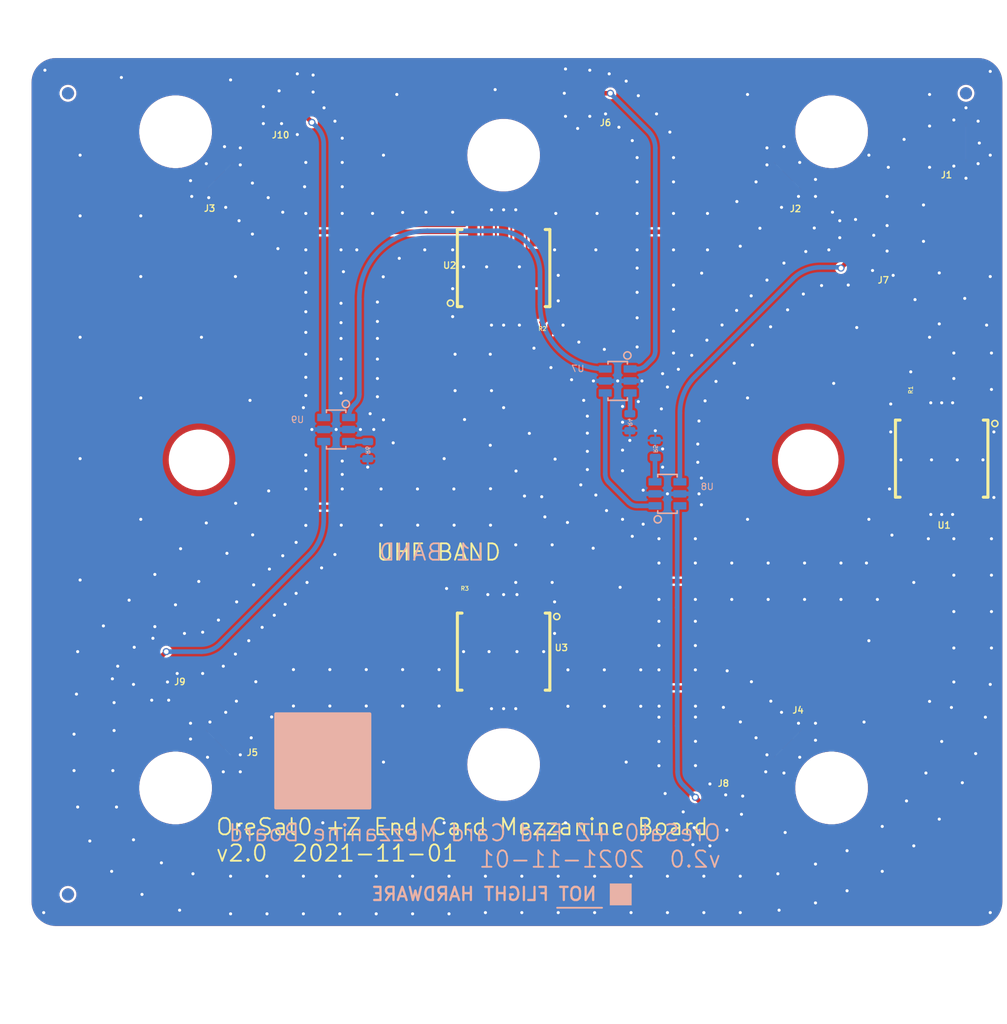
<source format=kicad_pcb>
(kicad_pcb (version 20241229) (generator "pcbnew") (generator_version "9.0")
  (layers (0 "F.Cu" signal) (4 "In1.Cu" signal) (6 "In2.Cu" signal) (8 "In3.Cu" signal) (10 "In4.Cu" signal) (12 "In5.Cu" signal) (14 "In6.Cu" signal) (2 "B.Cu" signal) (13 "F.Paste" user) (15 "B.Paste" user) (5 "F.SilkS" user "F.Silkscreen") (7 "B.SilkS" user "B.Silkscreen") (1 "F.Mask" user) (3 "B.Mask" user) (25 "Edge.Cuts" user))
  (net 0 "")
  (net 1 "GND")
  (net 2 "UHF")
  (net 3 "UHF-SHORT")
  (net 4 "N$3")
  (net 5 "N$4")
  (net 6 "UHF-SHORT+1/4WAVE")
  (net 7 "N$6")
  (net 8 "UHF_0")
  (net 9 "UHF_90")
  (net 10 "UHF_270")
  (net 11 "UHF_180")
  (net 12 "N$1")
  (net 13 "N$2")
  (net 14 "N$5")
  (net 15 "L1BAND")
  (net 16 "L1BAND-SHORT")
  (net 17 "L1BAND-SHORT+1/4WAVE")
  (net 18 "L1BAND_0")
  (net 19 "L1BAND_90")
  (net 20 "L1BAND_180")
  (net 21 "L1BAND_270")
  (footprint "plusz-end-card-with-turnstile-mezzanine:dummyfp2" (layer "F.Cu") (at 148.5011 75.598579)
    (property "Reference" "UNK_HOLE_2" (hide yes))
    (property "Value" "")
  )
  (footprint "plusz-end-card-with-turnstile-mezzanine:dummyfp3" (layer "F.Cu") (at 148.5011 125.798579)
    (property "Reference" "UNK_HOLE_3" (hide yes))
    (property "Value" "")
  )
  (footprint "plusz-end-card-with-turnstile-mezzanine:R107064070_SOLDER" (layer "F.Cu") (at 166.2011 130.398579 -135)
    (property "Reference" "J8")
    (property "Value" "R107064070" (hide yes))
  )
  (footprint "plusz-end-card-with-turnstile-mezzanine:QBA-07+" (layer "F.Cu") (at 148.5011 84.898579)
    (property "Reference" "U2")
    (property "Value" "QBA-07+" (hide yes))
  )
  (footprint "plusz-end-card-with-turnstile-mezzanine:R107064070_SOLDER" (layer "F.Cu") (at 172.2011 76.998579 -45)
    (property "Reference" "J2")
    (property "Value" "R107064070" (hide yes))
  )
  (footprint "plusz-end-card-with-turnstile-mezzanine:dummyfp4" (layer "F.Cu") (at 175.5311 73.668579)
    (property "Reference" "UNK_HOLE_4" (hide yes))
    (property "Value" "")
  )
  (footprint "plusz-end-card-with-turnstile-mezzanine:R107064070_SOLDER" (layer "F.Cu") (at 154.6011 70.498579 90)
    (property "Reference" "J6")
    (property "Value" "R107064070" (hide yes))
  )
  (footprint "plusz-end-card-with-turnstile-mezzanine:R107064070_SOLDER" (layer "F.Cu") (at 124.8011 76.998579 45)
    (property "Reference" "J3")
    (property "Value" "R107064070" (hide yes))
  )
  (footprint "plusz-end-card-with-turnstile-mezzanine:FIDUCIAL-1.0X2.0" (layer "F.Cu") (at 186.6011 70.498579)
    (property "Reference" "FIDUCIAL4" (hide yes))
    (property "Value" "FIDUCIAL-1.0X2.0" (hide yes))
  )
  (footprint "plusz-end-card-with-turnstile-mezzanine:R107064070_SOLDER" (layer "F.Cu") (at 178.2011 82.998579 -45)
    (property "Reference" "J7")
    (property "Value" "R107064070" (hide yes))
  )
  (footprint "plusz-end-card-with-turnstile-mezzanine:FIDUCIAL-1.0X2.0" (layer "F.Cu") (at 112.6011 136.498579)
    (property "Reference" "FIDUCIAL2" (hide yes))
    (property "Value" "FIDUCIAL-1.0X2.0" (hide yes))
  )
  (footprint "plusz-end-card-with-turnstile-mezzanine:.0603-C-NOSILK" (layer "F.Cu") (at 151.7011 89.898579 180)
    (property "Reference" "R2")
    (property "Value" "50")
  )
  (footprint "plusz-end-card-with-turnstile-mezzanine:dummyfp1" (layer "F.Cu") (at 173.6011 100.698579)
    (property "Reference" "UNK_HOLE_1" (hide yes))
    (property "Value" "")
  )
  (footprint "plusz-end-card-with-turnstile-mezzanine:.0603-C-NOSILK" (layer "F.Cu") (at 145.3011 111.298579)
    (property "Reference" "R3")
    (property "Value" "50")
  )
  (footprint "plusz-end-card-with-turnstile-mezzanine:R107064070_SOLDER" (layer "F.Cu") (at 124.8011 124.398579 135)
    (property "Reference" "J5")
    (property "Value" "R107064070" (hide yes))
  )
  (footprint "plusz-end-card-with-turnstile-mezzanine:dummyfp0" (layer "F.Cu") (at 123.4011 100.698579)
    (property "Reference" "UNK_HOLE_0" (hide yes))
    (property "Value" "")
  )
  (footprint "plusz-end-card-with-turnstile-mezzanine:R107064070_SOLDER" (layer "F.Cu") (at 130.806128 70.994854 45)
    (property "Reference" "J10")
    (property "Value" "R107064070" (hide yes))
  )
  (footprint "plusz-end-card-with-turnstile-mezzanine:QBA-07+" (layer "F.Cu") (at 148.5011 116.498579 180)
    (property "Reference" "U3")
    (property "Value" "QBA-07+" (hide yes))
  )
  (footprint "plusz-end-card-with-turnstile-mezzanine:R107064070_SOLDER" (layer "F.Cu") (at 172.2011 124.398579 -135)
    (property "Reference" "J4")
    (property "Value" "R107064070" (hide yes))
  )
  (footprint "plusz-end-card-with-turnstile-mezzanine:.0603-C-NOSILK" (layer "F.Cu") (at 182.0511 94.938579 -90)
    (property "Reference" "R1")
    (property "Value" "50")
  )
  (footprint "plusz-end-card-with-turnstile-mezzanine:FIDUCIAL-1.0X2.0" (layer "F.Cu") (at 112.6011 70.498579)
    (property "Reference" "FIDUCIAL3" (hide yes))
    (property "Value" "FIDUCIAL-1.0X2.0" (hide yes))
  )
  (footprint "plusz-end-card-with-turnstile-mezzanine:QBA-07+" (layer "F.Cu") (at 184.6011 100.598579 180)
    (property "Reference" "U1")
    (property "Value" "QBA-07+" (hide yes))
  )
  (footprint "plusz-end-card-with-turnstile-mezzanine:R107064070_SOLDER" (layer "F.Cu") (at 186.6011 74.598579 -90)
    (property "Reference" "J1")
    (property "Value" "R107064070" (hide yes))
  )
  (footprint "plusz-end-card-with-turnstile-mezzanine:dummyfp6" (layer "F.Cu") (at 175.5311 127.728579)
    (property "Reference" "UNK_HOLE_6" (hide yes))
    (property "Value" "")
  )
  (footprint "plusz-end-card-with-turnstile-mezzanine:dummyfp5" (layer "F.Cu") (at 121.4711 73.668579)
    (property "Reference" "UNK_HOLE_5" (hide yes))
    (property "Value" "")
  )
  (footprint "plusz-end-card-with-turnstile-mezzanine:R107064070_SOLDER" (layer "F.Cu") (at 118.8011 118.398579 135)
    (property "Reference" "J9")
    (property "Value" "R107064070" (hide yes))
  )
  (footprint "plusz-end-card-with-turnstile-mezzanine:dummyfp7" (layer "F.Cu") (at 121.4711 127.728579)
    (property "Reference" "UNK_HOLE_7" (hide yes))
    (property "Value" "")
  )
  (footprint "plusz-end-card-with-turnstile-mezzanine:FIDUCIAL-1.0X2.0" (layer "B.Cu") (at 186.6011 70.498579 180)
    (property "Reference" "FIDUCIAL7" (hide yes))
    (property "Value" "FIDUCIAL-1.0X2.0" (hide yes))
  )
  (footprint "plusz-end-card-with-turnstile-mezzanine:.0603-C-NOSILK" (layer "B.Cu") (at 161.0011 99.798579 -90)
    (property "Reference" "R5")
    (property "Value" "50")
  )
  (footprint "plusz-end-card-with-turnstile-mezzanine:FIDUCIAL-1.0X2.0" (layer "B.Cu") (at 112.6011 136.498579 180)
    (property "Reference" "FIDUCIAL1" (hide yes))
    (property "Value" "FIDUCIAL-1.0X2.0" (hide yes))
  )
  (footprint "plusz-end-card-with-turnstile-mezzanine:QCN-XXX+" (layer "B.Cu") (at 162.0011 103.498579 90)
    (property "Reference" "U8")
    (property "Value" "QCN-19+")
  )
  (footprint "plusz-end-card-with-turnstile-mezzanine:FIDUCIAL-1.0X2.0" (layer "B.Cu") (at 112.6011 70.498579 180)
    (property "Reference" "FIDUCIAL6" (hide yes))
    (property "Value" "FIDUCIAL-1.0X2.0" (hide yes))
  )
  (footprint "plusz-end-card-with-turnstile-mezzanine:QCN-XXX+" (layer "B.Cu") (at 134.7011 98.198579 -90)
    (property "Reference" "U9")
    (property "Value" "QCN-19+")
  )
  (footprint "plusz-end-card-with-turnstile-mezzanine:.0603-C-NOSILK" (layer "B.Cu") (at 158.9011 97.598579 90)
    (property "Reference" "R4")
    (property "Value" "50")
  )
  (footprint "plusz-end-card-with-turnstile-mezzanine:QCN-XXX+" (layer "B.Cu") (at 157.9011 94.198579 -90)
    (property "Reference" "U7")
    (property "Value" "QCN-19+")
  )
  (footprint "plusz-end-card-with-turnstile-mezzanine:FLIGHTMARKER_NEW_BOARDS" (layer "B.Cu") (at 158.8011 137.098579 180)
    (property "Reference" "U$1" (hide yes))
    (property "Value" "FLIGHMARKERNEW" (hide yes))
  )
  (footprint "plusz-end-card-with-turnstile-mezzanine:.0603-C-NOSILK" (layer "B.Cu") (at 137.3011 99.898579 90)
    (property "Reference" "R6")
    (property "Value" "50")
  )
  (gr_line (start 109.6011 137.098579) (end 109.6011 69.598579) (stroke (width 0.001)) (layer "Edge.Cuts"))
  (gr_circle (center 123.40109 100.698589) (end 124.60109 100.698589) (stroke (width 0.001)) (fill no) (layer "Edge.Cuts"))
  (gr_line (start 186.60109 72.998589) (end 186.60109 76.198589) (stroke (width 0.001)) (layer "Edge.Cuts"))
  (gr_line (start 173.032459 78.429961) (end 170.769718 76.16722) (stroke (width 0.001)) (layer "Edge.Cuts"))
  (gr_line (start 170.769718 125.229939) (end 173.032459 122.967198) (stroke (width 0.001)) (layer "Edge.Cuts"))
  (gr_arc (start 189.6011 137.098579) (mid 189.015314 138.512793) (end 187.6011 139.098579) (stroke (width 0.001)) (layer "Edge.Cuts"))
  (gr_arc (start 187.6011 67.598579) (mid 189.015314 68.184365) (end 189.6011 69.598579) (stroke (width 0.001)) (layer "Edge.Cuts"))
  (gr_line (start 189.6011 137.098579) (end 189.6011 69.598579) (stroke (width 0.001)) (layer "Edge.Cuts"))
  (gr_line (start 107.0011 62.815761) (end 107.0011 147.191439) (stroke (width 0.001)) (layer "Edge.Cuts"))
  (gr_arc (start 109.6011 69.598579) (mid 110.186886 68.184365) (end 111.6011 67.598579) (stroke (width 0.001)) (layer "Edge.Cuts"))
  (gr_line (start 187.6011 139.098579) (end 111.6011 139.098579) (stroke (width 0.001)) (layer "Edge.Cuts"))
  (gr_line (start 189.6011 69.598579) (end 189.6011 137.098579) (stroke (width 0.001)) (layer "Edge.Cuts"))
  (gr_line (start 190.0011 137.698579) (end 190.0011 139.698579) (stroke (width 0.001)) (layer "Edge.Cuts"))
  (gr_line (start 123.96974 122.967198) (end 126.232481 125.229939) (stroke (width 0.001)) (layer "Edge.Cuts"))
  (gr_arc (start 187.6011 67.598579) (mid 189.015314 68.184365) (end 189.6011 69.598579) (stroke (width 0.001)) (layer "Edge.Cuts"))
  (gr_circle (center 148.50109 75.598589) (end 150.05109 75.598589) (stroke (width 0.001)) (fill no) (layer "Edge.Cuts"))
  (gr_line (start 187.6011 67.598579) (end 111.6011 67.598579) (stroke (width 0.001)) (layer "Edge.Cuts"))
  (gr_arc (start 109.6011 69.598579) (mid 110.186886 68.184365) (end 111.6011 67.598579) (stroke (width 0.001)) (layer "Edge.Cuts"))
  (gr_circle (center 121.4711 73.668579) (end 124.2211 73.668579) (stroke (width 0.001)) (fill no) (layer "Edge.Cuts"))
  (gr_line (start 111.6011 139.098579) (end 187.6011 139.098579) (stroke (width 0.001)) (layer "Edge.Cuts"))
  (gr_circle (center 121.4711 127.728579) (end 124.2211 127.728579) (stroke (width 0.001)) (fill no) (layer "Edge.Cuts"))
  (gr_arc (start 189.6011 137.098579) (mid 189.015314 138.512793) (end 187.6011 139.098579) (stroke (width 0.001)) (layer "Edge.Cuts"))
  (gr_line (start 190.0011 62.815761) (end 190.0011 147.191439) (stroke (width 0.001)) (layer "Edge.Cuts"))
  (gr_circle (center 175.5311 73.668579) (end 178.2811 73.668579) (stroke (width 0.001)) (fill no) (layer "Edge.Cuts"))
  (gr_circle (center 148.50109 125.798589) (end 150.05109 125.798589) (stroke (width 0.001)) (fill no) (layer "Edge.Cuts"))
  (gr_line (start 126.232481 76.16722) (end 123.96974 78.429961) (stroke (width 0.001)) (layer "Edge.Cuts"))
  (gr_arc (start 111.6011 139.098579) (mid 110.186886 138.512793) (end 109.6011 137.098579) (stroke (width 0.001)) (layer "Edge.Cuts"))
  (gr_line (start 109.6011 69.598579) (end 109.6011 137.098579) (stroke (width 0.001)) (layer "Edge.Cuts"))
  (gr_circle (center 175.5311 127.728579) (end 178.2811 127.728579) (stroke (width 0.001)) (fill no) (layer "Edge.Cuts"))
  (gr_circle (center 173.60109 100.698589) (end 174.80109 100.698589) (stroke (width 0.001)) (fill no) (layer "Edge.Cuts"))
  (gr_line (start 111.6011 67.598579) (end 187.6011 67.598579) (stroke (width 0.001)) (layer "Edge.Cuts"))
  (gr_arc (start 111.6011 139.098579) (mid 110.186886 138.512793) (end 109.6011 137.098579) (stroke (width 0.001)) (layer "Edge.Cuts"))
  (gr_text "OreSat0 +Z End Card Mezzanine Board\nv2.0  2021-11-01" (at 124.7011 133.898579 0) (layer "F.SilkS") (effects (font (size 1.35 1.35)) (justify left bottom)))
  (gr_text "UHF BAND" (at 137.9011 109.098579 0) (layer "F.SilkS") (effects (font (size 1.35 1.35)) (justify left bottom)))
  (gr_text "OreSat0 +Z End Card Mezzanine Board\nv2.0  2021-11-01" (at 166.5011 134.398579 -0) (layer "B.SilkS") (effects (font (size 1.35 1.35)) (justify left bottom mirror)))
  (gr_text "L1 BAND" (at 147.0011 109.098579 -0) (layer "B.SilkS") (effects (font (size 1.35 1.35)) (justify left bottom mirror)))
  (segment (start 147.2311 119.483579) (end 147.2311 120.928579) (width 0.25) (layer "F.Cu") (net 1))
  (segment (start 149.7711 119.483579) (end 149.7711 117.868579) (width 0.25) (layer "F.Cu") (net 1))
  (segment (start 147.2311 117.868579) (end 147.4011 117.698579) (width 0.25) (layer "F.Cu") (net 1))
  (segment (start 147.2311 86.468579) (end 147.4011 86.298579) (width 0.25) (layer "F.Cu") (net 1))
  (segment (start 149.7711 120.928579) (end 149.5011 121.198579) (width 0.25) (layer "F.Cu") (net 1))
  (segment (start 147.2311 81.913579) (end 147.2311 83.428579) (width 0.25) (layer "F.Cu") (net 1))
  (segment (start 147.2311 120.928579) (end 147.5011 121.198579) (width 0.25) (layer "F.Cu") (net 1))
  (segment (start 147.2311 81.913579) (end 147.2311 80.368579) (width 0.25) (layer "F.Cu") (net 1))
  (segment (start 147.2311 83.428579) (end 147.4011 83.598579) (width 0.25) (layer "F.Cu") (net 1))
  (segment (start 147.2311 87.883579) (end 147.2311 86.468579) (width 0.25) (layer "F.Cu") (net 1))
  (segment (start 149.7711 80.368579) (end 149.5011 80.098579) (width 0.25) (layer "F.Cu") (net 1))
  (segment (start 149.7711 83.328579) (end 149.4011 83.698579) (width 0.25) (layer "F.Cu") (net 1))
  (segment (start 149.7711 81.913579) (end 149.7711 83.328579) (width 0.25) (layer "F.Cu") (net 1))
  (segment (start 147.2311 89.328579) (end 147.5011 89.598579) (width 0.25) (layer "F.Cu") (net 1))
  (segment (start 147.2311 119.483579) (end 147.2311 117.868579) (width 0.25) (layer "F.Cu") (net 1))
  (segment (start 149.7711 114.928579) (end 149.5011 115.198579) (width 0.25) (layer "F.Cu") (net 1))
  (segment (start 147.2311 80.368579) (end 147.5011 80.098579) (width 0.25) (layer "F.Cu") (net 1))
  (segment (start 149.7711 117.868579) (end 149.4011 117.498579) (width 0.25) (layer "F.Cu") (net 1))
  (segment (start 147.2311 87.883579) (end 147.2311 89.328579) (width 0.25) (layer "F.Cu") (net 1))
  (segment (start 149.7711 81.913579) (end 149.7711 80.368579) (width 0.25) (layer "F.Cu") (net 1))
  (segment (start 149.7711 119.483579) (end 149.7711 120.928579) (width 0.25) (layer "F.Cu") (net 1))
  (segment (start 149.7711 111.868579) (end 149.4011 111.498579) (width 0.25) (layer "F.Cu") (net 1))
  (segment (start 149.7711 113.513579) (end 149.7711 114.928579) (width 0.25) (layer "F.Cu") (net 1))
  (segment (start 149.7711 113.513579) (end 149.7711 111.868579) (width 0.25) (layer "F.Cu") (net 1))
  (via (at 143.8011 111.298579) (size 0.4572) (drill 0.254) (layers "F.Cu" "B.Cu") (net 1))
  (via (at 113.4011 116.498579) (size 0.4572) (drill 0.254) (layers "F.Cu" "B.Cu") (net 1))
  (via (at 158.3011 97.598579) (size 0.4572) (drill 0.254) (layers "F.Cu" "B.Cu") (net 1))
  (via (at 187.4011 124.898579) (size 0.4572) (drill 0.254) (layers "F.Cu" "B.Cu") (net 1))
  (via (at 174.2011 122.398579) (size 0.4572) (drill 0.254) (layers "F.Cu" "B.Cu") (net 1))
  (via (at 143.6011 100.598579) (size 0.4572) (drill 0.254) (layers "F.Cu" "B.Cu") (net 1))
  (via (at 161.3011 109.198579) (size 0.4572) (drill 0.254) (layers "F.Cu" "B.Cu") (net 1))
  (via (at 152.8011 80.398579) (size 0.4572) (drill 0.254) (layers "F.Cu" "B.Cu") (net 1))
  (via (at 144.3011 88.898579) (size 0.4572) (drill 0.254) (layers "F.Cu" "B.Cu") (net 1))
  (via (at 176.3011 109.198579) (size 0.4572) (drill 0.254) (layers "F.Cu" "B.Cu") (net 1))
  (via (at 179.3011 112.198579) (size 0.4572) (drill 0.254) (layers "F.Cu" "B.Cu") (net 1))
  (via (at 162.2011 73.698579) (size 0.4572) (drill 0.254) (layers "F.Cu" "B.Cu") (net 1))
  (via (at 113.3011 119.998579) (size 0.4572) (drill 0.254) (layers "F.Cu" "B.Cu") (net 1))
  (via (at 158.3011 101.598579) (size 0.4572) (drill 0.254) (layers "F.Cu" "B.Cu") (net 1))
  (via (at 135.1011 89.398579) (size 0.4572) (drill 0.254) (layers "F.Cu" "B.Cu") (net 1))
  (via (at 178.9011 85.098579) (size 0.4572) (drill 0.254) (layers "F.Cu" "B.Cu") (net 1))
  (via (at 132.0011 96.398579) (size 0.4572) (drill 0.254) (layers "F.Cu" "B.Cu") (net 1))
  (via (at 175.3011 83.398579) (size 0.4572) (drill 0.254) (layers "F.Cu" "B.Cu") (net 1))
  (via (at 144.4211 106.078579) (size 0.4572) (drill 0.254) (layers "F.Cu" "B.Cu") (net 1))
  (via (at 173.4011 83.538579) (size 0.4572) (drill 0.254) (layers "F.Cu" "B.Cu") (net 1))
  (via (at 122.7011 77.698579) (size 0.4572) (drill 0.254) (layers "F.Cu" "B.Cu") (net 1))
  (via (at 185.4011 121.098579) (size 0.4572) (drill 0.254) (layers "F.Cu" "B.Cu") (net 1))
  (via (at 161.6011 99.798579) (size 0.4572) (drill 0.254) (layers "F.Cu" "B.Cu") (net 1))
  (via (at 159.9011 94.198579) (size 0.4572) (drill 0.254) (layers "F.Cu" "B.Cu") (net 1))
  (via (at 186.6011 77.498579) (size 0.4572) (drill 0.254) (layers "F.Cu" "B.Cu") (net 1))
  (via (at 171.9011 88.338579) (size 0.4572) (drill 0.254) (layers "F.Cu" "B.Cu") (net 1))
  (via (at 138.4011 103.098579) (size 0.4572) (drill 0.254) (layers "F.Cu" "B.Cu") (net 1))
  (via (at 138.0011 134.998579) (size 0.4572) (drill 0.254) (layers "F.Cu" "B.Cu") (net 1))
  (via (at 116.2611 118.738579) (size 0.4572) (drill 0.254) (layers "F.Cu" "B.Cu") (net 1))
  (via (at 174.2011 137.198579) (size 0.4572) (drill 0.254) (layers "F.Cu" "B.Cu") (net 1))
  (via (at 183.1011 79.698579) (size 0.4572) (drill 0.254) (layers "F.Cu" "B.Cu") (net 1))
  (via (at 183.6011 76.598579) (size 0.4572) (drill 0.254) (layers "F.Cu" "B.Cu") (net 1))
  (via (at 187.6011 72.798579) (size 0.4572) (drill 0.254) (layers "F.Cu" "B.Cu") (net 1))
  (via (at 142.0011 83.398579) (size 0.4572) (drill 0.254) (layers "F.Cu" "B.Cu") (net 1))
  (via (at 132.2011 95.398579) (size 0.4572) (drill 0.254) (layers "F.Cu" "B.Cu") (net 1))
  (via (at 127.8211 106.878579) (size 0.4572) (drill 0.254) (layers "F.Cu" "B.Cu") (net 1))
  (via (at 175.7011 94.398579) (size 0.4572) (drill 0.254) (layers "F.Cu" "B.Cu") (net 1))
  (via (at 137.1811 120.978579) (size 0.4572) (drill 0.254) (layers "F.Cu" "B.Cu") (net 1))
  (via (at 156.1011 103.598579) (size 0.4572) (drill 0.254) (layers "F.Cu" "B.Cu") (net 1))
  (via (at 119.6011 115.398579) (size 0.4572) (drill 0.254) (layers "F.Cu" "B.Cu") (net 1))
  (via (at 164.3011 112.198579) (size 0.4572) (drill 0.254) (layers "F.Cu" "B.Cu") (net 1))
  (via (at 165.0011 137.998579) (size 0.4572) (drill 0.254) (layers "F.Cu" "B.Cu") (net 1))
  (via (at 163.3011 129.698579) (size 0.4572) (drill 0.254) (layers "F.Cu" "B.Cu") (net 1))
  (via (at 161.3011 117.998579) (size 0.4572) (drill 0.254) (layers "F.Cu" "B.Cu") (net 1))
  (via (at 149.5011 80.098579) (size 0.4572) (drill 0.254) (layers "F.Cu" "B.Cu") (net 1))
  (via (at 153.4011 89.598579) (size 0.4572) (drill 0.254) (layers "F.Cu" "B.Cu") (net 1))
  (via (at 132.2011 83.398579) (size 0.4572) (drill 0.254) (layers "F.Cu" "B.Cu") (net 1))
  (via (at 184.6011 95.998579) (size 0.4572) (drill 0.254) (layers "F.Cu" "B.Cu") (net 1))
  (via (at 162.0011 137.998579) (size 0.4572) (drill 0.254) (layers "F.Cu" "B.Cu") (net 1))
  (via (at 138.4211 106.078579) (size 0.4572) (drill 0.254) (layers "F.Cu" "B.Cu") (net 1))
  (via (at 138.1011 95.498579) (size 0.4572) (drill 0.254) (layers "F.Cu" "B.Cu") (net 1))
  (via (at 135.0011 134.998579) (size 0.4572) (drill 0.254) (layers "F.Cu" "B.Cu") (net 1))
  (via (at 162.9011 93.238579) (size 0.4572) (drill 0.254) (layers "F.Cu" "B.Cu") (net 1))
  (via (at 168.6011 105.598579) (size 0.4572) (drill 0.254) (layers "F.Cu" "B.Cu") (net 1))
  (via (at 156.0011 134.998579) (size 0.4572) (drill 0.254) (layers "F.Cu" "B.Cu") (net 1))
  (via (at 188.2011 121.898579) (size 0.4572) (drill 0.254) (layers "F.Cu" "B.Cu") (net 1))
  (via (at 135.2011 80.398579) (size 0.4572) (drill 0.254) (layers "F.Cu" "B.Cu") (net 1))
  (via (at 167.5011 92.738579) (size 0.4572) (drill 0.254) (layers "F.Cu" "B.Cu") (net 1))
  (via (at 121.4611 112.638579) (size 0.4572) (drill 0.254) (layers "F.Cu" "B.Cu") (net 1))
  (via (at 155.4011 97.098579) (size 0.4572) (drill 0.254) (layers "F.Cu" "B.Cu") (net 1))
  (via (at 159.5011 91.398579) (size 0.4572) (drill 0.254) (layers "F.Cu" "B.Cu") (net 1))
  (via (at 129.2011 109.698579) (size 0.4572) (drill 0.254) (layers "F.Cu" "B.Cu") (net 1))
  (via (at 149.6011 111.798579) (size 0.4572) (drill 0.254) (layers "F.Cu" "B.Cu") (net 1))
  (via (at 183.7611 100.698579) (size 0.4572) (drill 0.254) (layers "F.Cu" "B.Cu") (net 1))
  (via (at 166.0011 94.238579) (size 0.4572) (drill 0.254) (layers "F.Cu" "B.Cu") (net 1))
  (via (at 188.6011 119.198579) (size 0.4572) (drill 0.254) (layers "F.Cu" "B.Cu") (net 1))
  (via (at 188.9011 98.398579) (size 0.4572) (drill 0.254) (layers "F.Cu" "B.Cu") (net 1))
  (via (at 164.3011 113.998579) (size 0.4572) (drill 0.254) (layers "F.Cu" "B.Cu") (net 1))
  (via (at 170.5211 120.578579) (size 0.4572) (drill 0.254) (layers "F.Cu" "B.Cu") (net 1))
  (via (at 117.0011 69.198579) (size 0.4572) (drill 0.254) (layers "F.Cu" "B.Cu") (net 1))
  (via (at 132.2011 100.298579) (size 0.4572) (drill 0.254) (layers "F.Cu" "B.Cu") (net 1))
  (via (at 126.4011 85.598579) (size 0.4572) (drill 0.254) (layers "F.Cu" "B.Cu") (net 1))
  (via (at 155.8811 107.978579) (size 0.4572) (drill 0.254) (layers "F.Cu" "B.Cu") (net 1))
  (via (at 144.3011 83.398579) (size 0.4572) (drill 0.254) (layers "F.Cu" "B.Cu") (net 1))
  (via (at 164.8211 85.318579) (size 0.4572) (drill 0.254) (layers "F.Cu" "B.Cu") (net 1))
  (via (at 188.6011 68.698579) (size 0.4572) (drill 0.254) (layers "F.Cu" "B.Cu") (net 1))
  (via (at 179.7011 134.598579) (size 0.4572) (drill 0.254) (layers "F.Cu" "B.Cu") (net 1))
  (via (at 165.2511 90.838579) (size 0.4572) (drill 0.254) (layers "F.Cu" "B.Cu") (net 1))
  (via (at 140.1811 80.318579) (size 0.4572) (drill 0.254) (layers "F.Cu" "B.Cu") (net 1))
  (via (at 125.6011 79.898579) (size 0.4572) (drill 0.254) (layers "F.Cu" "B.Cu") (net 1))
  (via (at 181.5011 74.298579) (size 0.4572) (drill 0.254) (layers "F.Cu" "B.Cu") (net 1))
  (via (at 166.8011 128.298579) (size 0.4572) (drill 0.254) (layers "F.Cu" "B.Cu") (net 1))
  (via (at 176.8011 136.198579) (size 0.4572) (drill 0.254) (layers "F.Cu" "B.Cu") (net 1))
  (via (at 147.0011 134.998579) (size 0.4572) (drill 0.254) (layers "F.Cu" "B.Cu") (net 1))
  (via (at 174.2011 77.598579) (size 0.4572) (drill 0.254) (layers "F.Cu" "B.Cu") (net 1))
  (via (at 147.5011 121.198579) (size 0.4572) (drill 0.254) (layers "F.Cu" "B.Cu") (net 1))
  (via (at 113.6011 75.598579) (size 0.4572) (drill 0.254) (layers "F.Cu" "B.Cu") (net 1))
  (via (at 162.5011 88.298579) (size 0.4572) (drill 0.254) (layers "F.Cu" "B.Cu") (net 1))
  (via (at 148.5011 111.798579) (size 0.4572) (drill 0.254) (layers "F.Cu" "B.Cu") (net 1))
  (via (at 188.3011 89.598579) (size 0.4572) (drill 0.254) (layers "F.Cu" "B.Cu") (net 1))
  (via (at 129.6011 113.498579) (size 0.4572) (drill 0.254) (layers "F.Cu" "B.Cu") (net 1))
  (via (at 144.5011 91.998579) (size 0.4572) (drill 0.254) (layers "F.Cu" "B.Cu") (net 1))
  (via (at 164.3111 125.888579) (size 0.4572) (drill 0.254) (layers "F.Cu" "B.Cu") (net 1))
  (via (at 147.5011 89.598579) (size 0.4572) (drill 0.254) (layers "F.Cu" "B.Cu") (net 1))
  (via (at 127.8011 77.898579) (size 0.4572) (drill 0.254) (layers "F.Cu" "B.Cu") (net 1))
  (via (at 184.4011 85.298579) (size 0.4572) (drill 0.254) (layers "F.Cu" "B.Cu") (net 1))
  (via (at 147.4011 91.998579) (size 0.4572) (drill 0.254) (layers "F.Cu" "B.Cu") (net 1))
  (via (at 156.8011 117.998579) (size 0.4572) (drill 0.254) (layers "F.Cu" "B.Cu") (net 1))
  (via (at 159.6011 95.898579) (size 0.4572) (drill 0.254) (layers "F.Cu" "B.Cu") (net 1))
  (via (at 132.2011 90.198579) (size 0.4572) (drill 0.254) (layers "F.Cu" "B.Cu") (net 1))
  (via (at 152.7011 112.398579) (size 0.4572) (drill 0.254) (layers "F.Cu" "B.Cu") (net 1))
  (via (at 153.0011 87.598579) (size 0.4572) (drill 0.254) (layers "F.Cu" "B.Cu") (net 1))
  (via (at 147.4211 106.078579) (size 0.4572) (drill 0.254) (layers "F.Cu" "B.Cu") (net 1))
  (via (at 121.6011 118.298579) (size 0.4572) (drill 0.254) (layers "F.Cu" "B.Cu") (net 1))
  (via (at 174.2011 133.998579) (size 0.4572) (drill 0.254) (layers "F.Cu" "B.Cu") (net 1))
  (via (at 188.7011 116.198579) (size 0.4572) (drill 0.254) (layers "F.Cu" "B.Cu") (net 1))
  (via (at 188.0011 100.698579) (size 0.4572) (drill 0.254) (layers "F.Cu" "B.Cu") (net 1))
  (via (at 158.6011 69.498579) (size 0.4572) (drill 0.254) (layers "F.Cu" "B.Cu") (net 1))
  (via (at 158.3011 99.898579) (size 0.4572) (drill 0.254) (layers "F.Cu" "B.Cu") (net 1))
  (via (at 170.2011 85.888579) (size 0.4572) (drill 0.254) (layers "F.Cu" "B.Cu") (net 1))
  (via (at 148.5011 89.598579) (size 0.4572) (drill 0.254) (layers "F.Cu" "B.Cu") (net 1))
  (via (at 188.7011 107.198579) (size 0.4572) (drill 0.254) (layers "F.Cu" "B.Cu") (net 1))
  (via (at 115.5211 114.378579) (size 0.4572) (drill 0.254) (layers "F.Cu" "B.Cu") (net 1))
  (via (at 185.6011 107.198579) (size 0.4572) (drill 0.254) (layers "F.Cu" "B.Cu") (net 1))
  (via (at 151.0011 91.498579) (size 0.4572) (drill 0.254) (layers "F.Cu" "B.Cu") (net 1))
  (via (at 118.0611 116.138579) (size 0.4572) (drill 0.254) (layers "F.Cu" "B.Cu") (net 1))
  (via (at 123.7011 118.298579) (size 0.4572) (drill 0.254) (layers "F.Cu" "B.Cu") (net 1))
  (via (at 144.0011 138.098579) (size 0.4572) (drill 0.254) (layers "F.Cu" "B.Cu") (net 1))
  (via (at 166.9011 131.198579) (size 0.4572) (drill 0.254) (layers "F.Cu" "B.Cu") (net 1))
  (via (at 131.1811 120.978579) (size 0.4572) (drill 0.254) (layers "F.Cu" "B.Cu") (net 1))
  (via (at 132.2011 85.298579) (size 0.4572) (drill 0.254) (layers "F.Cu" "B.Cu") (net 1))
  (via (at 183.7011 95.998579) (size 0.4572) (drill 0.254) (layers "F.Cu" "B.Cu") (net 1))
  (via (at 147.4211 103.078579) (size 0.4572) (drill 0.254) (layers "F.Cu" "B.Cu") (net 1))
  (via (at 159.5011 86.898579) (size 0.4572) (drill 0.254) (layers "F.Cu" "B.Cu") (net 1))
  (via (at 169.3011 77.798579) (size 0.4572) (drill 0.254) (layers "F.Cu" "B.Cu") (net 1))
  (via (at 125.4011 117.698579) (size 0.4572) (drill 0.254) (layers "F.Cu" "B.Cu") (net 1))
  (via (at 185.6011 72.698579) (size 0.4572) (drill 0.254) (layers "F.Cu" "B.Cu") (net 1))
  (via (at 188.6011 75.598579) (size 0.4572) (drill 0.254) (layers "F.Cu" "B.Cu") (net 1))
  (via (at 162.5011 83.398579) (size 0.4572) (drill 0.254) (layers "F.Cu" "B.Cu") (net 1))
  (via (at 137.7011 80.398579) (size 0.4572) (drill 0.254) (layers "F.Cu" "B.Cu") (net 1))
  (via (at 158.6011 125.598579) (size 0.4572) (drill 0.254) (layers "F.Cu" "B.Cu") (net 1))
  (via (at 165.5011 127.398579) (size 0.4572) (drill 0.254) (layers "F.Cu" "B.Cu") (net 1))
  (via (at 126.4211 104.278579) (size 0.4572) (drill 0.254) (layers "F.Cu" "B.Cu") (net 1))
  (via (at 184.6011 123.898579) (size 0.4572) (drill 0.254) (layers "F.Cu" "B.Cu") (net 1))
  (via (at 154.1011 94.098579) (size 0.4572) (drill 0.254) (layers "F.Cu" "B.Cu") (net 1))
  (via (at 129.1411 103.258579) (size 0.4572) (drill 0.254) (layers "F.Cu" "B.Cu") (net 1))
  (via (at 162.5011 77.798579) (size 0.4572) (drill 0.254) (layers "F.Cu" "B.Cu") (net 1))
  (via (at 153.5011 70.498579) (size 0.4572) (drill 0.254) (layers "F.Cu" "B.Cu") (net 1))
  (via (at 153.6011 68.498579) (size 0.4572) (drill 0.254) (layers "F.Cu" "B.Cu") (net 1))
  (via (at 113.6011 110.598579) (size 0.4572) (drill 0.254) (layers "F.Cu" "B.Cu") (net 1))
  (via (at 170.5011 89.738579) (size 0.4572) (drill 0.254) (layers "F.Cu" "B.Cu") (net 1))
  (via (at 124.1011 125.198579) (size 0.4572) (drill 0.254) (layers "F.Cu" "B.Cu") (net 1))
  (via (at 153.6011 72.398579) (size 0.4572) (drill 0.254) (layers "F.Cu" "B.Cu") (net 1))
  (via (at 134.7011 98.198579) (size 0.4572) (drill 0.254) (layers "F.Cu" "B.Cu") (net 1))
  (via (at 144.5011 94.998579) (size 0.4572) (drill 0.254) (layers "F.Cu" "B.Cu") (net 1))
  (via (at 119.7611 110.138579) (size 0.4572) (drill 0.254) (layers "F.Cu" "B.Cu") (net 1))
  (via (at 172.8011 122.398579) (size 0.4572) (drill 0.254) (layers "F.Cu" "B.Cu") (net 1))
  (via (at 164.3011 117.998579) (size 0.4572) (drill 0.254) (layers "F.Cu" "B.Cu") (net 1))
  (via (at 155.4011 98.498579) (size 0.4572) (drill 0.254) (layers "F.Cu" "B.Cu") (net 1))
  (via (at 155.4011 101.498579) (size 0.4572) (drill 0.254) (layers "F.Cu" "B.Cu") (net 1))
  (via (at 113.6011 90.598579) (size 0.4572) (drill 0.254) (layers "F.Cu" "B.Cu") (net 1))
  (via (at 161.0011 98.298579) (size 0.4572) (drill 0.254) (layers "F.Cu" "B.Cu") (net 1))
  (via (at 164.3111 121.888579) (size 0.4572) (drill 0.254) (layers "F.Cu" "B.Cu") (net 1))
  (via (at 116.6011 129.298579) (size 0.4572) (drill 0.254) (layers "F.Cu" "B.Cu") (net 1))
  (via (at 159.5011 88.998579) (size 0.4572) (drill 0.254) (layers "F.Cu" "B.Cu") (net 1))
  (via (at 124.2011 79.098579) (size 0.4572) (drill 0.254) (layers "F.Cu" "B.Cu") (net 1))
  (via (at 167.7211 79.418579) (size 0.4572) (drill 0.254) (layers "F.Cu" "B.Cu") (net 1))
  (via (at 143.1811 117.978579) (size 0.4572) (drill 0.254) (layers "F.Cu" "B.Cu") (net 1))
  (via (at 126.8011 76.398579) (size 0.4572) (drill 0.254) (layers "F.Cu" "B.Cu") (net 1))
  (via (at 183.7011 105.198579) (size 0.4572) (drill 0.254) (layers "F.Cu" "B.Cu") (net 1))
  (via (at 122.8011 78.998579) (size 0.4572) (drill 0.254) (layers "F.Cu" "B.Cu") (net 1))
  (via (at 181.2411 100.698579) (size 0.4572) (drill 0.254) (layers "F.Cu" "B.Cu") (net 1))
  (via (at 152.7411 100.638579) (size 0.4572) (drill 0.254) (layers "F.Cu" "B.Cu") (net 1))
  (via (at 135.2011 103.098579) (size 0.4572) (drill 0.254) (layers "F.Cu" "B.Cu") (net 1))
  (via (at 130.2011 72.998579) (size 0.4572) (drill 0.254) (layers "F.Cu" "B.Cu") (net 1))
  (via (at 176.2011 82.398579) (size 0.4572) (drill 0.254) (layers "F.Cu" "B.Cu") (net 1))
  (via (at 144.3011 86.598579) (size 0.4572) (drill 0.254) (layers "F.Cu" "B.Cu") (net 1))
  (via (at 170.2011 76.398579) (size 0.4572) (drill 0.254) (layers "F.Cu" "B.Cu") (net 1))
  (via (at 168.1011 129.898579) (size 0.4572) (drill 0.254) (layers "F.Cu" "B.Cu") (net 1))
  (via (at 171.6011 126.498579) (size 0.4572) (drill 0.254) (layers "F.Cu" "B.Cu") (net 1))
  (via (at 158.3011 96.298579) (size 0.4572) (drill 0.254) (layers "F.Cu" "B.Cu") (net 1))
  (via (at 133.6011 130.598579) (size 0.4572) (drill 0.254) (layers "F.Cu" "B.Cu") (net 1))
  (via (at 188.7011 110.198579) (size 0.4572) (drill 0.254) (layers "F.Cu" "B.Cu") (net 1))
  (via (at 169.6211 81.618579) (size 0.4572) (drill 0.254) (layers "F.Cu" "B.Cu") (net 1))
  (via (at 126.0011 69.398579) (size 0.4572) (drill 0.254) (layers "F.Cu" "B.Cu") (net 1))
  (via (at 135.2011 100.798579) (size 0.4572) (drill 0.254) (layers "F.Cu" "B.Cu") (net 1))
  (via (at 122.7011 122.398579) (size 0.4572) (drill 0.254) (layers "F.Cu" "B.Cu") (net 1))
  (via (at 166.6111 121.088579) (size 0.4572) (drill 0.254) (layers "F.Cu" "B.Cu") (net 1))
  (via (at 147.5011 94.998579) (size 0.4572) (drill 0.254) (layers "F.Cu" "B.Cu") (net 1))
  (via (at 126.8011 74.998579) (size 0.4572) (drill 0.254) (layers "F.Cu" "B.Cu") (net 1))
  (via (at 158.1011 111.198579) (size 0.4572) (drill 0.254) (layers "F.Cu" "B.Cu") (net 1))
  (via (at 171.2011 137.798579) (size 0.4572) (drill 0.254) (layers "F.Cu" "B.Cu") (net 1))
  (via (at 132.2011 93.898579) (size 0.4572) (drill 0.254) (layers "F.Cu" "B.Cu") (net 1))
  (via (at 161.3011 123.898579) (size 0.4572) (drill 0.254) (layers "F.Cu" "B.Cu") (net 1))
  (via (at 182.3011 132.498579) (size 0.4572) (drill 0.254) (layers "F.Cu" "B.Cu") (net 1))
  (via (at 178.6011 105.598579) (size 0.4572) (drill 0.254) (layers "F.Cu" "B.Cu") (net 1))
  (via (at 166.9211 118.078579) (size 0.4572) (drill 0.254) (layers "F.Cu" "B.Cu") (net 1))
  (via (at 154.8611 102.758579) (size 0.4572) (drill 0.254) (layers "F.Cu" "B.Cu") (net 1))
  (via (at 155.1011 95.798579) (size 0.4572) (drill 0.254) (layers "F.Cu" "B.Cu") (net 1))
  (via (at 135.1011 90.698579) (size 0.4572) (drill 0.254) (layers "F.Cu" "B.Cu") (net 1))
  (via (at 118.6011 95.598579) (size 0.4572) (drill 0.254) (layers "F.Cu" "B.Cu") (net 1))
  (via (at 129.9011 83.298579) (size 0.4572) (drill 0.254) (layers "F.Cu" "B.Cu") (net 1))
  (via (at 135.2011 78.198579) (size 0.4572) (drill 0.254) (layers "F.Cu" "B.Cu") (net 1))
  (via (at 164.3011 109.198579) (size 0.4572) (drill 0.254) (layers "F.Cu" "B.Cu") (net 1))
  (via (at 159.6011 70.698579) (size 0.4572) (drill 0.254) (layers "F.Cu" "B.Cu") (net 1))
  (via (at 129.0011 134.998579) (size 0.4572) (drill 0.254) (layers "F.Cu" "B.Cu") (net 1))
  (via (at 158.3011 105.598579) (size 0.4572) (drill 0.254) (layers "F.Cu" "B.Cu") (net 1))
  (via (at 135.1011 83.398579) (size 0.4572) (drill 0.254) (layers "F.Cu" "B.Cu") (net 1))
  (via (at 132.2011 101.598579) (size 0.4572) (drill 0.254) (layers "F.Cu" "B.Cu") (net 1))
  (via (at 173.3011 112.198579) (size 0.4572) (drill 0.254) (layers "F.Cu" "B.Cu") (net 1))
  (via (at 173.3011 109.198579) (size 0.4572) (drill 0.254) (layers "F.Cu" "B.Cu") (net 1))
  (via (at 141.4011 103.098579) (size 0.4572) (drill 0.254) (layers "F.Cu" "B.Cu") (net 1))
  (via (at 159.8011 120.998579) (size 0.4572) (drill 0.254) (layers "F.Cu" "B.Cu") (net 1))
  (via (at 188.7011 91.898579) (size 0.4572) (drill 0.254) (layers "F.Cu" "B.Cu") (net 1))
  (via (at 168.0011 137.998579) (size 0.4572) (drill 0.254) (layers "F.Cu" "B.Cu") (net 1))
  (via (at 148.5011 80.098579) (size 0.4572) (drill 0.254) (layers "F.Cu" "B.Cu") (net 1))
  (via (at 147.0011 137.998579) (size 0.4572) (drill 0.254) (layers "F.Cu" "B.Cu") (net 1))
  (via (at 183.6011 120.598579) (size 0.4572) (drill 0.254) (layers "F.Cu" "B.Cu") (net 1))
  (via (at 113.1011 126.298579) (size 0.4572) (drill 0.254) (layers "F.Cu" "B.Cu") (net 1))
  (via (at 117.6411 112.258579) (size 0.4572) (drill 0.254) (layers "F.Cu" "B.Cu") (net 1))
  (via (at 162.5011 90.098579) (size 0.4572) (drill 0.254) (layers "F.Cu" "B.Cu") (net 1))
  (via (at 159.1011 106.998579) (size 0.4572) (drill 0.254) (layers "F.Cu" "B.Cu") (net 1))
  (via (at 168.6011 95.598579) (size 0.4572) (drill 0.254) (layers "F.Cu" "B.Cu") (net 1))
  (via (at 185.8811 100.698579) (size 0.4572) (drill 0.254) (layers "F.Cu" "B.Cu") (net 1))
  (via (at 126.7011 80.998579) (size 0.4572) (drill 0.254) (layers "F.Cu" "B.Cu") (net 1))
  (via (at 134.1811 117.978579) (size 0.4572) (drill 0.254) (layers "F.Cu" "B.Cu") (net 1))
  (via (at 188.6011 85.598579) (size 0.4572) (drill 0.254) (layers "F.Cu" "B.Cu") (net 1))
  (via (at 171.6011 84.488579) (size 0.4572) (drill 0.254) (layers "F.Cu" "B.Cu") (net 1))
  (via (at 118.6011 85.598579) (size 0.4572) (drill 0.254) (layers "F.Cu" "B.Cu") (net 1))
  (via (at 138.1011 92.398579) (size 0.4572) (drill 0.254) (layers "F.Cu" "B.Cu") (net 1))
  (via (at 125.4011 126.398579) (size 0.4572) (drill 0.254) (layers "F.Cu" "B.Cu") (net 1))
  (via (at 161.3011 115.998579) (size 0.4572) (drill 0.254) (layers "F.Cu" "B.Cu") (net 1))
  (via (at 179.0011 82.198579) (size 0.4572) (drill 0.254) (layers "F.Cu" "B.Cu") (net 1))
  (via (at 159.0011 134.998579) (size 0.4572) (drill 0.254) (layers "F.Cu" "B.Cu") (net 1))
  (via (at 130.5011 112.598579) (size 0.4572) (drill 0.254) (layers "F.Cu" "B.Cu") (net 1))
  (via (at 164.3011 107.198579) (size 0.4572) (drill 0.254) (layers "F.Cu" "B.Cu") (net 1))
  (via (at 128.0811 118.978579) (size 0.4572) (drill 0.254) (layers "F.Cu" "B.Cu") (net 1))
  (via (at 159.5011 84.898579) (size 0.4572) (drill 0.254) (layers "F.Cu" "B.Cu") (net 1))
  (via (at 171.7011 131.398579) (size 0.4572) (drill 0.254) (layers "F.Cu" "B.Cu") (net 1))
  (via (at 119.7611 114.438579) (size 0.4572) (drill 0.254) (layers "F.Cu" "B.Cu") (net 1))
  (via (at 138.6011 75.598579) (size 0.4572) (drill 0.254) (layers "F.Cu" "B.Cu") (net 1))
  (via (at 174.2011 123.798579) (size 0.4572) (drill 0.254) (layers "F.Cu" "B.Cu") (net 1))
  (via (at 171.1011 134.798579) (size 0.4572) (drill 0.254) (layers "F.Cu" "B.Cu") (net 1))
  (via (at 162.0011 94.698579) (size 0.4572) (drill 0.254) (layers "F.Cu" "B.Cu") (net 1))
  (via (at 132.8011 70.398579) (size 0.4572) (drill 0.254) (layers "F.Cu" "B.Cu") (net 1))
  (via (at 150.0011 134.998579) (size 0.4572) (drill 0.254) (layers "F.Cu" "B.Cu") (net 1))
  (via (at 121.8011 137.798579) (size 0.4572) (drill 0.254) (layers "F.Cu" "B.Cu") (net 1))
  (via (at 185.6011 76.498579) (size 0.4572) (drill 0.254) (layers "F.Cu" "B.Cu") (net 1))
  (via (at 152.5011 110.798579) (size 0.4572) (drill 0.254) (layers "F.Cu" "B.Cu") (net 1))
  (via (at 127.7011 123.598579) (size 0.4572) (drill 0.254) (layers "F.Cu" "B.Cu") (net 1))
  (via (at 138.0011 138.098579) (size 0.4572) (drill 0.254) (layers "F.Cu" "B.Cu") (net 1))
  (via (at 152.7011 114.998579) (size 0.4572) (drill 0.254) (layers "F.Cu" "B.Cu") (net 1))
  (via (at 187.7011 74.598579) (size 0.4572) (drill 0.254) (layers "F.Cu" "B.Cu") (net 1))
  (via (at 170.2011 74.998579) (size 0.4572) (drill 0.254) (layers "F.Cu" "B.Cu") (net 1))
  (via (at 137.8011 98.198579) (size 0.4572) (drill 0.254) (layers "F.Cu" "B.Cu") (net 1))
  (via (at 161.3011 112.198579) (size 0.4572) (drill 0.254) (layers "F.Cu" "B.Cu") (net 1))
  (via (at 126.0011 134.998579) (size 0.4572) (drill 0.254) (layers "F.Cu" "B.Cu") (net 1))
  (via (at 127.6011 95.798579) (size 0.4572) (drill 0.254) (layers "F.Cu" "B.Cu") (net 1))
  (via (at 124.3011 122.298579) (size 0.4572) (drill 0.254) (layers "F.Cu" "B.Cu") (net 1))
  (via (at 183.3011 126.498579) (size 0.4572) (drill 0.254) (layers "F.Cu" "B.Cu") (net 1))
  (via (at 185.6011 110.198579) (size 0.4572) (drill 0.254) (layers "F.Cu" "B.Cu") (net 1))
  (via (at 145.2811 97.378579) (size 0.4572) (drill 0.254) (layers "F.Cu" "B.Cu") (net 1))
  (via (at 169.0011 91.238579) (size 0.4572) (drill 0.254) (layers "F.Cu" "B.Cu") (net 1))
  (via (at 161.6011 101.298579) (size 0.4572) (drill 0.254) (layers "F.Cu" "B.Cu") (net 1))
  (via (at 129.0011 138.098579) (size 0.4572) (drill 0.254) (layers "F.Cu" "B.Cu") (net 1))
  (via (at 132.2011 88.498579) (size 0.4572) (drill 0.254) (layers "F.Cu" "B.Cu") (net 1))
  (via (at 182.3011 110.798579) (size 0.4572) (drill 0.254) (layers "F.Cu" "B.Cu") (net 1))
  (via (at 134.6011 72.798579) (size 0.4572) (drill 0.254) (layers "F.Cu" "B.Cu") (net 1))
  (via (at 118.7011 136.498579) (size 0.4572) (drill 0.254) (layers "F.Cu" "B.Cu") (net 1))
  (via (at 164.3011 115.998579) (size 0.4572) (drill 0.254) (layers "F.Cu" "B.Cu") (net 1))
  (via (at 119.5011 120.498579) (size 0.4572) (drill 0.254) (layers "F.Cu" "B.Cu") (net 1))
  (via (at 176.2011 80.998579) (size 0.4572) (drill 0.254) (layers "F.Cu" "B.Cu") (net 1))
  (via (at 174.1011 81.598579) (size 0.4572) (drill 0.254) (layers "F.Cu" "B.Cu") (net 1))
  (via (at 183.5011 107.198579) (size 0.4572) (drill 0.254) (layers "F.Cu" "B.Cu") (net 1))
  (via (at 186.5011 87.398579) (size 0.4572) (drill 0.254) (layers "F.Cu" "B.Cu") (net 1))
  (via (at 150.0011 137.998579) (size 0.4572) (drill 0.254) (layers "F.Cu" "B.Cu") (net 1))
  (via (at 149.5011 121.198579) (size 0.4572) (drill 0.254) (layers "F.Cu" "B.Cu") (net 1))
  (via (at 161.3011 121.898579) (size 0.4572) (drill 0.254) (layers "F.Cu" "B.Cu") (net 1))
  (via (at 180.3011 103.098579) (size 0.4572) (drill 0.254) (layers "F.Cu" "B.Cu") (net 1))
  (via (at 177.6011 89.798579) (size 0.4572) (drill 0.254) (layers "F.Cu" "B.Cu") (net 1))
  (via (at 161.3111 120.988579) (size 0.4572) (drill 0.254) (layers "F.Cu" "B.Cu") (net 1))
  (via (at 183.6011 70.598579) (size 0.4572) (drill 0.254) (layers "F.Cu" "B.Cu") (net 1))
  (via (at 185.6011 93.998579) (size 0.4572) (drill 0.254) (layers "F.Cu" "B.Cu") (net 1))
  (via (at 159.5011 75.798579) (size 0.4572) (drill 0.254) (layers "F.Cu" "B.Cu") (net 1))
  (via (at 151.6411 103.738579) (size 0.4572) (drill 0.254) (layers "F.Cu" "B.Cu") (net 1))
  (via (at 170.1011 126.398579) (size 0.4572) (drill 0.254) (layers "F.Cu" "B.Cu") (net 1))
  (via (at 147.3011 116.498579) (size 0.4572) (drill 0.254) (layers "F.Cu" "B.Cu") (net 1))
  (via (at 132.2011 80.398579) (size 0.4572) (drill 0.254) (layers "F.Cu" "B.Cu") (net 1))
  (via (at 162.5011 91.898579) (size 0.4572) (drill 0.254) (layers "F.Cu" "B.Cu") (net 1))
  (via (at 123.6011 90.598579) (size 0.4572) (drill 0.254) (layers "F.Cu" "B.Cu") (net 1))
  (via (at 161.3011 107.198579) (size 0.4572) (drill 0.254) (layers "F.Cu" "B.Cu") (net 1))
  (via (at 131.5011 73.898579) (size 0.4572) (drill 0.254) (layers "F.Cu" "B.Cu") (net 1))
  (via (at 116.4011 122.998579) (size 0.4572) (drill 0.254) (layers "F.Cu" "B.Cu") (net 1))
  (via (at 130.3011 80.298579) (size 0.4572) (drill 0.254) (layers "F.Cu" "B.Cu") (net 1))
  (via (at 179.7011 130.898579) (size 0.4572) (drill 0.254) (layers "F.Cu" "B.Cu") (net 1))
  (via (at 137.5011 96.898579) (size 0.4572) (drill 0.254) (layers "F.Cu" "B.Cu") (net 1))
  (via (at 147.8011 70.198579) (size 0.4572) (drill 0.254) (layers "F.Cu" "B.Cu") (net 1))
  (via (at 187.6011 76.298579) (size 0.4572) (drill 0.254) (layers "F.Cu" "B.Cu") (net 1))
  (via (at 159.5011 77.798579) (size 0.4572) (drill 0.254) (layers "F.Cu" "B.Cu") (net 1))
  (via (at 139.7011 70.598579) (size 0.4572) (drill 0.254) (layers "F.Cu" "B.Cu") (net 1))
  (via (at 148.5011 121.198579) (size 0.4572) (drill 0.254) (layers "F.Cu" "B.Cu") (net 1))
  (via (at 185.5011 105.198579) (size 0.4572) (drill 0.254) (layers "F.Cu" "B.Cu") (net 1))
  (via (at 183.6011 73.198579) (size 0.4572) (drill 0.254) (layers "F.Cu" "B.Cu") (net 1))
  (via (at 173.2011 87.038579) (size 0.4572) (drill 0.254) (layers "F.Cu" "B.Cu") (net 1))
  (via (at 159.8011 117.998579) (size 0.4572) (drill 0.254) (layers "F.Cu" "B.Cu") (net 1))
  (via (at 127.9011 110.998579) (size 0.4572) (drill 0.254) (layers "F.Cu" "B.Cu") (net 1))
  (via (at 132.2011 103.098579) (size 0.4572) (drill 0.254) (layers "F.Cu" "B.Cu") (net 1))
  (via (at 178.2011 122.298579) (size 0.4572) (drill 0.254) (layers "F.Cu" "B.Cu") (net 1))
  (via (at 138.6011 97.398579) (size 0.4572) (drill 0.254) (layers "F.Cu" "B.Cu") (net 1))
  (via (at 164.1011 132.398579) (size 0.4572) (drill 0.254) (layers "F.Cu" "B.Cu") (net 1))
  (via (at 164.5011 99.398579) (size 0.4572) (drill 0.254) (layers "F.Cu" "B.Cu") (net 1))
  (via (at 135.1011 93.998579) (size 0.4572) (drill 0.254) (layers "F.Cu" "B.Cu") (net 1))
  (via (at 144.3011 80.298579) (size 0.4572) (drill 0.254) (layers "F.Cu" "B.Cu") (net 1))
  (via (at 145.2011 84.798579) (size 0.4572) (drill 0.254) (layers "F.Cu" "B.Cu") (net 1))
  (via (at 177.5011 80.898579) (size 0.4572) (drill 0.254) (layers "F.Cu" "B.Cu") (net 1))
  (via (at 185.5011 95.998579) (size 0.4572) (drill 0.254) (layers "F.Cu" "B.Cu") (net 1))
  (via (at 159.5011 83.398579) (size 0.4572) (drill 0.254) (layers "F.Cu" "B.Cu") (net 1))
  (via (at 136.7011 98.198579) (size 0.4572) (drill 0.254) (layers "F.Cu" "B.Cu") (net 1))
  (via (at 154.6011 73.398579) (size 0.4572) (drill 0.254) (layers "F.Cu" "B.Cu") (net 1))
  (via (at 138.1011 93.998579) (size 0.4572) (drill 0.254) (layers "F.Cu" "B.Cu") (net 1))
  (via (at 128.7011 72.998579) (size 0.4572) (drill 0.254) (layers "F.Cu" "B.Cu") (net 1))
  (via (at 175.6011 80.298579) (size 0.4572) (drill 0.254) (layers "F.Cu" "B.Cu") (net 1))
  (via (at 183.6011 90.598579) (size 0.4572) (drill 0.254) (layers "F.Cu" "B.Cu") (net 1))
  (via (at 133.7011 71.698579) (size 0.4572) (drill 0.254) (layers "F.Cu" "B.Cu") (net 1))
  (via (at 164.6011 103.498579) (size 0.4572) (drill 0.254) (layers "F.Cu" "B.Cu") (net 1))
  (via (at 174.2011 78.998579) (size 0.4572) (drill 0.254) (layers "F.Cu" "B.Cu") (net 1))
  (via (at 132.2011 86.898579) (size 0.4572) (drill 0.254) (layers "F.Cu" "B.Cu") (net 1))
  (via (at 149.8011 84.798579) (size 0.4572) (drill 0.254) (layers "F.Cu" "B.Cu") (net 1))
  (via (at 140.1811 120.978579) (size 0.4572) (drill 0.254) (layers "F.Cu" "B.Cu") (net 1))
  (via (at 150.6211 98.518579) (size 0.4572) (drill 0.254) (layers "F.Cu" "B.Cu") (net 1))
  (via (at 156.0011 137.998579) (size 0.4572) (drill 0.254) (layers "F.Cu" "B.Cu") (net 1))
  (via (at 131.5011 68.898579) (size 0.4572) (drill 0.254) (layers "F.Cu" "B.Cu") (net 1))
  (via (at 139.9011 84.098579) (size 0.4572) (drill 0.254) (layers "F.Cu" "B.Cu") (net 1))
  (via (at 131.1811 117.978579) (size 0.4572) (drill 0.254) (layers "F.Cu" "B.Cu") (net 1))
  (via (at 168.9211 118.978579) (size 0.4572) (drill 0.254) (layers "F.Cu" "B.Cu") (net 1))
  (via (at 172.8011 78.998579) (size 0.4572) (drill 0.254) (layers "F.Cu" "B.Cu") (net 1))
  (via (at 120.3011 133.898579) (size 0.4572) (drill 0.254) (layers "F.Cu" "B.Cu") (net 1))
  (via (at 161.3011 125.898579) (size 0.4572) (drill 0.254) (layers "F.Cu" "B.Cu") (net 1))
  (via (at 176.8011 132.898579) (size 0.4572) (drill 0.254) (layers "F.Cu" "B.Cu") (net 1))
  (via (at 123.3811 110.718579) (size 0.4572) (drill 0.254) (layers "F.Cu" "B.Cu") (net 1))
  (via (at 153.8011 117.998579) (size 0.4572) (drill 0.254) (layers "F.Cu" "B.Cu") (net 1))
  (via (at 135.2011 76.198579) (size 0.4572) (drill 0.254) (layers "F.Cu" "B.Cu") (net 1))
  (via (at 180.2011 76.598579) (size 0.4572) (drill 0.254) (layers "F.Cu" "B.Cu") (net 1))
  (via (at 168.6011 70.598579) (size 0.4572) (drill 0.254) (layers "F.Cu" "B.Cu") (net 1))
  (via (at 161.3011 113.998579) (size 0.4572) (drill 0.254) (layers "F.Cu" "B.Cu") (net 1))
  (via (at 178.6011 115.598579) (size 0.4572) (drill 0.254) (layers "F.Cu" "B.Cu") (net 1))
  (via (at 116.3011 126.298579) (size 0.4572) (drill 0.254) (layers "F.Cu" "B.Cu") (net 1))
  (via (at 176.9011 86.298579) (size 0.4572) (drill 0.254) (layers "F.Cu" "B.Cu") (net 1))
  (via (at 171.4011 121.498579) (size 0.4572) (drill 0.254) (layers "F.Cu" "B.Cu") (net 1))
  (via (at 164.3111 123.888579) (size 0.4572) (drill 0.254) (layers "F.Cu" "B.Cu") (net 1))
  (via (at 168.0011 134.998579) (size 0.4572) (drill 0.254) (layers "F.Cu" "B.Cu") (net 1))
  (via (at 144.0011 134.998579) (size 0.4572) (drill 0.254) (layers "F.Cu" "B.Cu") (net 1))
  (via (at 153.8011 120.998579) (size 0.4572) (drill 0.254) (layers "F.Cu" "B.Cu") (net 1))
  (via (at 113.6011 80.598579) (size 0.4572) (drill 0.254) (layers "F.Cu" "B.Cu") (net 1))
  (via (at 118.0011 119.198579) (size 0.4572) (drill 0.254) (layers "F.Cu" "B.Cu") (net 1))
  (via (at 152.5011 107.698579) (size 0.4572) (drill 0.254) (layers "F.Cu" "B.Cu") (net 1))
  (via (at 141.0011 138.098579) (size 0.4572) (drill 0.254) (layers "F.Cu" "B.Cu") (net 1))
  (via (at 174.7011 86.338579) (size 0.4572) (drill 0.254) (layers "F.Cu" "B.Cu") (net 1))
  (via (at 141.0011 134.998579) (size 0.4572) (drill 0.254) (layers "F.Cu" "B.Cu") (net 1))
  (via (at 167.3011 109.198579) (size 0.4572) (drill 0.254) (layers "F.Cu" "B.Cu") (net 1))
  (via (at 165.5011 132.498579) (size 0.4572) (drill 0.254) (layers "F.Cu" "B.Cu") (net 1))
  (via (at 156.1011 83.398579) (size 0.4572) (drill 0.254) (layers "F.Cu" "B.Cu") (net 1))
  (via (at 156.2011 80.398579) (size 0.4572) (drill 0.254) (layers "F.Cu" "B.Cu") (net 1))
  (via (at 128.7011 71.598579) (size 0.4572) (drill 0.254) (layers "F.Cu" "B.Cu") (net 1))
  (via (at 162.5011 86.298579) (size 0.4572) (drill 0.254) (layers "F.Cu" "B.Cu") (net 1))
  (via (at 153.7611 105.858579) (size 0.4572) (drill 0.254) (layers "F.Cu" "B.Cu") (net 1))
  (via (at 168.0111 122.288579) (size 0.4572) (drill 0.254) (layers "F.Cu" "B.Cu") (net 1))
  (via (at 165.1011 95.838579) (size 0.4572) (drill 0.254) (layers "F.Cu" "B.Cu") (net 1))
  (via (at 147.1011 84.798579) (size 0.4572) (drill 0.254) (layers "F.Cu" "B.Cu") (net 1))
  (via (at 161.1011 72.198579) (size 0.4572) (drill 0.254) (layers "F.Cu" "B.Cu") (net 1))
  (via (at 159.1011 74.398579) (size 0.4572) (drill 0.254) (layers "F.Cu" "B.Cu") (net 1))
  (via (at 126.0011 138.098579) (size 0.4572) (drill 0.254) (layers "F.Cu" "B.Cu") (net 1))
  (via (at 127.5011 115.598579) (size 0.4572) (drill 0.254) (layers "F.Cu" "B.Cu") (net 1))
  (via (at 138.5811 85.618579) (size 0.4572) (drill 0.254) (layers "F.Cu" "B.Cu") (net 1))
  (via (at 152.4011 93.098579) (size 0.4572) (drill 0.254) (layers "F.Cu" "B.Cu") (net 1))
  (via (at 134.1811 120.978579) (size 0.4572) (drill 0.254) (layers "F.Cu" "B.Cu") (net 1))
  (via (at 186.3011 127.298579) (size 0.4572) (drill 0.254) (layers "F.Cu" "B.Cu") (net 1))
  (via (at 158.0011 73.298579) (size 0.4572) (drill 0.254) (layers "F.Cu" "B.Cu") (net 1))
  (via (at 136.4011 83.398579) (size 0.4572) (drill 0.254) (layers "F.Cu" "B.Cu") (net 1))
  (via (at 157.9011 94.198579) (size 0.4572) (drill 0.254) (layers "F.Cu" "B.Cu") (net 1))
  (via (at 168.2011 128.398579) (size 0.4572) (drill 0.254) (layers "F.Cu" "B.Cu") (net 1))
  (via (at 172.9011 76.198579) (size 0.4572) (drill 0.254) (layers "F.Cu" "B.Cu") (net 1))
  (via (at 172.9011 125.198579) (size 0.4572) (drill 0.254) (layers "F.Cu" "B.Cu") (net 1))
  (via (at 188.7011 94.898579) (size 0.4572) (drill 0.254) (layers "F.Cu" "B.Cu") (net 1))
  (via (at 161.8111 128.188579) (size 0.4572) (drill 0.254) (layers "F.Cu" "B.Cu") (net 1))
  (via (at 138.1011 87.698579) (size 0.4572) (drill 0.254) (layers "F.Cu" "B.Cu") (net 1))
  (via (at 188.6011 137.998579) (size 0.4572) (drill 0.254) (layers "F.Cu" "B.Cu") (net 1))
  (via (at 131.4011 111.698579) (size 0.4572) (drill 0.254) (layers "F.Cu" "B.Cu") (net 1))
  (via (at 153.0011 137.998579) (size 0.4572) (drill 0.254) (layers "F.Cu" "B.Cu") (net 1))
  (via (at 118.0011 131.998579) (size 0.4572) (drill 0.254) (layers "F.Cu" "B.Cu") (net 1))
  (via (at 155.4011 99.998579) (size 0.4572) (drill 0.254) (layers "F.Cu" "B.Cu") (net 1))
  (via (at 162.0011 134.998579) (size 0.4572) (drill 0.254) (layers "F.Cu" "B.Cu") (net 1))
  (via (at 151.9011 105.398579) (size 0.4572) (drill 0.254) (layers "F.Cu" "B.Cu") (net 1))
  (via (at 118.6011 80.598579) (size 0.4572) (drill 0.254) (layers "F.Cu" "B.Cu") (net 1))
  (via (at 159.5011 80.398579) (size 0.4572) (drill 0.254) (layers "F.Cu" "B.Cu") (net 1))
  (via (at 180.1011 81.398579) (size 0.4572) (drill 0.254) (layers "F.Cu" "B.Cu") (net 1))
  (via (at 143.1811 120.978579) (size 0.4572) (drill 0.254) (layers "F.Cu" "B.Cu") (net 1))
  (via (at 180.6011 85.498579) (size 0.4572) (drill 0.254) (layers "F.Cu" "B.Cu") (net 1))
  (via (at 153.0011 85.498579) (size 0.4572) (drill 0.254) (layers "F.Cu" "B.Cu") (net 1))
  (via (at 167.7011 88.388579) (size 0.4572) (drill 0.254) (layers "F.Cu" "B.Cu") (net 1))
  (via (at 162.0011 103.498579) (size 0.4572) (drill 0.254) (layers "F.Cu" "B.Cu") (net 1))
  (via (at 150.2211 103.678579) (size 0.4572) (drill 0.254) (layers "F.Cu" "B.Cu") (net 1))
  (via (at 120.9011 120.498579) (size 0.4572) (drill 0.254) (layers "F.Cu" "B.Cu") (net 1))
  (via (at 171.4011 79.898579) (size 0.4572) (drill 0.254) (layers "F.Cu" "B.Cu") (net 1))
  (via (at 132.0011 138.098579) (size 0.4572) (drill 0.254) (layers "F.Cu" "B.Cu") (net 1))
  (via (at 132.1011 78.198579) (size 0.4572) (drill 0.254) (layers "F.Cu" "B.Cu") (net 1))
  (via (at 149.5011 107.698579) (size 0.4572) (drill 0.254) (layers "F.Cu" "B.Cu") (net 1))
  (via (at 156.9811 104.878579) (size 0.4572) (drill 0.254) (layers "F.Cu" "B.Cu") (net 1))
  (via (at 171.6011 74.898579) (size 0.4572) (drill 0.254) (layers "F.Cu" "B.Cu") (net 1))
  (via (at 132.2011 106.098579) (size 0.4572) (drill 0.254) (layers "F.Cu" "B.Cu") (net 1))
  (via (at 184.6011 105.198579) (size 0.4572) (drill 0.254) (layers "F.Cu" "B.Cu") (net 1))
  (via (at 161.6011 93.598579) (size 0.4572) (drill 0.254) (layers "F.Cu" "B.Cu") (net 1))
  (via (at 156.9011 72.198579) (size 0.4572) (drill 0.254) (layers "F.Cu" "B.Cu") (net 1))
  (via (at 164.0011 92.088579) (size 0.4572) (drill 0.254) (layers "F.Cu" "B.Cu") (net 1))
  (via (at 180.4011 96.098579) (size 0.4572) (drill 0.254) (layers "F.Cu" "B.Cu") (net 1))
  (via (at 125.7011 108.398579) (size 0.4572) (drill 0.254) (layers "F.Cu" "B.Cu") (net 1))
  (via (at 125.6011 121.498579) (size 0.4572) (drill 0.254) (layers "F.Cu" "B.Cu") (net 1))
  (via (at 143.6011 130.598579) (size 0.4572) (drill 0.254) (layers "F.Cu" "B.Cu") (net 1))
  (via (at 132.3011 110.798579) (size 0.4572) (drill 0.254) (layers "F.Cu" "B.Cu") (net 1))
  (via (at 127.8011 82.098579) (size 0.4572) (drill 0.254) (layers "F.Cu" "B.Cu") (net 1))
  (via (at 126.5011 112.398579) (size 0.4572) (drill 0.254) (layers "F.Cu" "B.Cu") (net 1))
  (via (at 130.0011 70.298579) (size 0.4572) (drill 0.254) (layers "F.Cu" "B.Cu") (net 1))
  (via (at 170.2011 124.998579) (size 0.4572) (drill 0.254) (layers "F.Cu" "B.Cu") (net 1))
  (via (at 151.8011 116.498579) (size 0.4572) (drill 0.254) (layers "F.Cu" "B.Cu") (net 1))
  (via (at 116.4011 120.698579) (size 0.4572) (drill 0.254) (layers "F.Cu" "B.Cu") (net 1))
  (via (at 125.5011 74.898579) (size 0.4572) (drill 0.254) (layers "F.Cu" "B.Cu") (net 1))
  (via (at 156.8011 91.598579) (size 0.4572) (drill 0.254) (layers "F.Cu" "B.Cu") (net 1))
  (via (at 123.7011 114.898579) (size 0.4572) (drill 0.254) (layers "F.Cu" "B.Cu") (net 1))
  (via (at 132.8011 68.998579) (size 0.4572) (drill 0.254) (layers "F.Cu" "B.Cu") (net 1))
  (via (at 124.0011 76.298579) (size 0.4572) (drill 0.254) (layers "F.Cu" "B.Cu") (net 1))
  (via (at 154.7011 90.998579) (size 0.4572) (drill 0.254) (layers "F.Cu" "B.Cu") (net 1))
  (via (at 124.0011 105.898579) (size 0.4572) (drill 0.254) (layers "F.Cu" "B.Cu") (net 1))
  (via (at 188.9011 103.798579) (size 0.4572) (drill 0.254) (layers "F.Cu" "B.Cu") (net 1))
  (via (at 158.9011 99.098579) (size 0.4572) (drill 0.254) (layers "F.Cu" "B.Cu") (net 1))
  (via (at 149.8011 89.598579) (size 0.4572) (drill 0.254) (layers "F.Cu" "B.Cu") (net 1))
  (via (at 156.8011 120.998579) (size 0.4572) (drill 0.254) (layers "F.Cu" "B.Cu") (net 1))
  (via (at 133.5011 109.598579) (size 0.4572) (drill 0.254) (layers "F.Cu" "B.Cu") (net 1))
  (via (at 186.6011 71.698579) (size 0.4572) (drill 0.254) (layers "F.Cu" "B.Cu") (net 1))
  (via (at 135.0011 138.098579) (size 0.4572) (drill 0.254) (layers "F.Cu" "B.Cu") (net 1))
  (via (at 131.4011 107.498579) (size 0.4572) (drill 0.254) (layers "F.Cu" "B.Cu") (net 1))
  (via (at 182.4011 87.498579) (size 0.4572) (drill 0.254) (layers "F.Cu" "B.Cu") (net 1))
  (via (at 147.2011 111.798579) (size 0.4572) (drill 0.254) (layers "F.Cu" "B.Cu") (net 1))
  (via (at 149.5211 101.618579) (size 0.4572) (drill 0.254) (layers "F.Cu" "B.Cu") (net 1))
  (via (at 170.3011 109.198579) (size 0.4572) (drill 0.254) (layers "F.Cu" "B.Cu") (net 1))
  (via (at 165.3011 80.398579) (size 0.4572) (drill 0.254) (layers "F.Cu" "B.Cu") (net 1))
  (via (at 180.4011 98.398579) (size 0.4572) (drill 0.254) (layers "F.Cu" "B.Cu") (net 1))
  (via (at 132.0011 134.998579) (size 0.4572) (drill 0.254) (layers "F.Cu" "B.Cu") (net 1))
  (via (at 128.6011 114.498579) (size 0.4572) (drill 0.254) (layers "F.Cu" "B.Cu") (net 1))
  (via (at 185.6011 118.998579) (size 0.4572) (drill 0.254) (layers "F.Cu" "B.Cu") (net 1))
  (via (at 152.7011 83.398579) (size 0.4572) (drill 0.254) (layers "F.Cu" "B.Cu") (net 1))
  (via (at 184.4011 130.298579) (size 0.4572) (drill 0.254) (layers "F.Cu" "B.Cu") (net 1))
  (via (at 157.2011 68.898579) (size 0.4572) (drill 0.254) (layers "F.Cu" "B.Cu") (net 1))
  (via (at 180.5011 106.898579) (size 0.4572) (drill 0.254) (layers "F.Cu" "B.Cu") (net 1))
  (via (at 144.4011 103.098579) (size 0.4572) (drill 0.254) (layers "F.Cu" "B.Cu") (net 1))
  (via (at 135.1011 92.398579) (size 0.4572) (drill 0.254) (layers "F.Cu" "B.Cu") (net 1))
  (via (at 166.5011 89.588579) (size 0.4572) (drill 0.254) (layers "F.Cu" "B.Cu") (net 1))
  (via (at 114.4011 132.098579) (size 0.4572) (drill 0.254) (layers "F.Cu" "B.Cu") (net 1))
  (via (at 132.2011 91.998579) (size 0.4572) (drill 0.254) (layers "F.Cu" "B.Cu") (net 1))
  (via (at 153.0011 134.998579) (size 0.4572) (drill 0.254) (layers "F.Cu" "B.Cu") (net 1))
  (via (at 132.7011 98.198579) (size 0.4572) (drill 0.254) (layers "F.Cu" "B.Cu") (net 1))
  (via (at 126.7011 130.798579) (size 0.4572) (drill 0.254) (layers "F.Cu" "B.Cu") (net 1))
  (via (at 181.7011 128.798579) (size 0.4572) (drill 0.254) (layers "F.Cu" "B.Cu") (net 1))
  (via (at 122.7011 123.698579) (size 0.4572) (drill 0.254) (layers "F.Cu" "B.Cu") (net 1))
  (via (at 125.0011 113.898579) (size 0.4572) (drill 0.254) (layers "F.Cu" "B.Cu") (net 1))
  (via (at 137.3011 101.298579) (size 0.4572) (drill 0.254) (layers "F.Cu" "B.Cu") (net 1))
  (via (at 113.6011 100.598579) (size 0.4572) (drill 0.254) (layers "F.Cu" "B.Cu") (net 1))
  (via (at 184.4011 89.498579) (size 0.4572) (drill 0.254) (layers "F.Cu" "B.Cu") (net 1))
  (via (at 185.6011 113.198579) (size 0.4572) (drill 0.254) (layers "F.Cu" "B.Cu") (net 1))
  (via (at 135.1211 106.078579) (size 0.4572) (drill 0.254) (layers "F.Cu" "B.Cu") (net 1))
  (via (at 110.7011 68.598579) (size 0.4572) (drill 0.254) (layers "F.Cu" "B.Cu") (net 1))
  (via (at 140.1811 117.978579) (size 0.4572) (drill 0.254) (layers "F.Cu" "B.Cu") (net 1))
  (via (at 159.0011 137.998579) (size 0.4572) (drill 0.254) (layers "F.Cu" "B.Cu") (net 1))
  (via (at 145.2011 116.498579) (size 0.4572) (drill 0.254) (layers "F.Cu" "B.Cu") (net 1))
  (via (at 116.7011 117.698579) (size 0.4572) (drill 0.254) (layers "F.Cu" "B.Cu") (net 1))
  (via (at 110.6011 137.998579) (size 0.4572) (drill 0.254) (layers "F.Cu" "B.Cu") (net 1))
  (via (at 134.6011 108.498579) (size 0.4572) (drill 0.254) (layers "F.Cu" "B.Cu") (net 1))
  (via (at 149.6011 116.498579) (size 0.4572) (drill 0.254) (layers "F.Cu" "B.Cu") (net 1))
  (via (at 185.6011 91.898579) (size 0.4572) (drill 0.254) (layers "F.Cu" "B.Cu") (net 1))
  (via (at 126.8011 124.998579) (size 0.4572) (drill 0.254) (layers "F.Cu" "B.Cu") (net 1))
  (via (at 164.8011 104.398579) (size 0.4572) (drill 0.254) (layers "F.Cu" "B.Cu") (net 1))
  (via (at 161.5011 96.498579) (size 0.4572) (drill 0.254) (layers "F.Cu" "B.Cu") (net 1))
  (via (at 160.0011 105.998579) (size 0.4572) (drill 0.254) (layers "F.Cu" "B.Cu") (net 1))
  (via (at 160.0011 103.198579) (size 0.4572) (drill 0.254) (layers "F.Cu" "B.Cu") (net 1))
  (via (at 142.1011 80.298579) (size 0.4572) (drill 0.254) (layers "F.Cu" "B.Cu") (net 1))
  (via (at 147.5011 80.098579) (size 0.4572) (drill 0.254) (layers "F.Cu" "B.Cu") (net 1))
  (via (at 116.2011 134.598579) (size 0.4572) (drill 0.254) (layers "F.Cu" "B.Cu") (net 1))
  (via (at 147.4011 99.498579) (size 0.4572) (drill 0.254) (layers "F.Cu" "B.Cu") (net 1))
  (via (at 180.1011 78.998579) (size 0.4572) (drill 0.254) (layers "F.Cu" "B.Cu") (net 1))
  (via (at 135.1011 87.798579) (size 0.4572) (drill 0.254) (layers "F.Cu" "B.Cu") (net 1))
  (via (at 155.6011 68.598579) (size 0.4572) (drill 0.254) (layers "F.Cu" "B.Cu") (net 1))
  (via (at 167.3011 112.198579) (size 0.4572) (drill 0.254) (layers "F.Cu" "B.Cu") (net 1))
  (via (at 113.4011 129.298579) (size 0.4572) (drill 0.254) (layers "F.Cu" "B.Cu") (net 1))
  (via (at 132.2011 76.198579) (size 0.4572) (drill 0.254) (layers "F.Cu" "B.Cu") (net 1))
  (via (at 135.2011 74.198579) (size 0.4572) (drill 0.254) (layers "F.Cu" "B.Cu") (net 1))
  (via (at 113.1011 123.298579) (size 0.4572) (drill 0.254) (layers "F.Cu" "B.Cu") (net 1))
  (via (at 139.4011 99.298579) (size 0.4572) (drill 0.254) (layers "F.Cu" "B.Cu") (net 1))
  (via (at 138.6011 125.598579) (size 0.4572) (drill 0.254) (layers "F.Cu" "B.Cu") (net 1))
  (via (at 137.1811 117.978579) (size 0.4572) (drill 0.254) (layers "F.Cu" "B.Cu") (net 1))
  (via (at 126.8011 126.398579) (size 0.4572) (drill 0.254) (layers "F.Cu" "B.Cu") (net 1))
  (via (at 129.3811 121.878579) (size 0.4572) (drill 0.254) (layers "F.Cu" "B.Cu") (net 1))
  (via (at 164.3111 120.988579) (size 0.4572) (drill 0.254) (layers "F.Cu" "B.Cu") (net 1))
  (via (at 130.3011 108.598579) (size 0.4572) (drill 0.254) (layers "F.Cu" "B.Cu") (net 1))
  (via (at 180.1011 83.498579) (size 0.4572) (drill 0.254) (layers "F.Cu" "B.Cu") (net 1))
  (via (at 169.3011 123.598579) (size 0.4572) (drill 0.254) (layers "F.Cu" "B.Cu") (net 1))
  (via (at 135.2011 101.898579) (size 0.4572) (drill 0.254) (layers "F.Cu" "B.Cu") (net 1))
  (via (at 126.4011 116.698579) (size 0.4572) (drill 0.254) (layers "F.Cu" "B.Cu") (net 1))
  (via (at 149.5011 110.798579) (size 0.4572) (drill 0.254) (layers "F.Cu" "B.Cu") (net 1))
  (via (at 178.4011 109.198579) (size 0.4572) (drill 0.254) (layers "F.Cu" "B.Cu") (net 1))
  (via (at 120.8011 118.998579) (size 0.4572) (drill 0.254) (layers "F.Cu" "B.Cu") (net 1))
  (via (at 164.5011 100.898579) (size 0.4572) (drill 0.254) (layers "F.Cu" "B.Cu") (net 1))
  (via (at 148.5011 96.398579) (size 0.4572) (drill 0.254) (layers "F.Cu" "B.Cu") (net 1))
  (via (at 182.0511 93.448579) (size 0.4572) (drill 0.254) (layers "F.Cu" "B.Cu") (net 1))
  (via (at 164.6011 97.498579) (size 0.4572) (drill 0.254) (layers "F.Cu" "B.Cu") (net 1))
  (via (at 178.6011 75.598579) (size 0.4572) (drill 0.254) (layers "F.Cu" "B.Cu") (net 1))
  (via (at 170.3011 112.198579) (size 0.4572) (drill 0.254) (layers "F.Cu" "B.Cu") (net 1))
  (via (at 126.4811 120.578579) (size 0.4572) (drill 0.254) (layers "F.Cu" "B.Cu") (net 1))
  (via (at 185.6011 116.198579) (size 0.4572) (drill 0.254) (layers "F.Cu" "B.Cu") (net 1))
  (via (at 168.9011 87.188579) (size 0.4572) (drill 0.254) (layers "F.Cu" "B.Cu") (net 1))
  (via (at 176.3011 112.198579) (size 0.4572) (drill 0.254) (layers "F.Cu" "B.Cu") (net 1))
  (via (at 168.0011 83.098579) (size 0.4572) (drill 0.254) (layers "F.Cu" "B.Cu") (net 1))
  (via (at 121.8811 108.018579) (size 0.4572) (drill 0.254) (layers "F.Cu" "B.Cu") (net 1))
  (via (at 129.1011 79.098579) (size 0.4572) (drill 0.254) (layers "F.Cu" "B.Cu") (net 1))
  (via (at 164.8011 102.198579) (size 0.4572) (drill 0.254) (layers "F.Cu" "B.Cu") (net 1))
  (via (at 155.6011 72.398579) (size 0.4572) (drill 0.254) (layers "F.Cu" "B.Cu") (net 1))
  (via (at 135.1011 95.198579) (size 0.4572) (drill 0.254) (layers "F.Cu" "B.Cu") (net 1))
  (via (at 138.1011 90.698579) (size 0.4572) (drill 0.254) (layers "F.Cu" "B.Cu") (net 1))
  (via (at 138.1011 89.298579) (size 0.4572) (drill 0.254) (layers "F.Cu" "B.Cu") (net 1))
  (via (at 164.2011 130.998579) (size 0.4572) (drill 0.254) (layers "F.Cu" "B.Cu") (net 1))
  (via (at 122.9011 134.798579) (size 0.4572) (drill 0.254) (layers "F.Cu" "B.Cu") (net 1))
  (via (at 183.1011 82.698579) (size 0.4572) (drill 0.254) (layers "F.Cu" "B.Cu") (net 1))
  (via (at 141.4211 106.078579) (size 0.4572) (drill 0.254) (layers "F.Cu" "B.Cu") (net 1))
  (via (at 135.3011 85.198579) (size 0.4572) (drill 0.254) (layers "F.Cu" "B.Cu") (net 1))
  (via (at 122.2011 114.998579) (size 0.4572) (drill 0.254) (layers "F.Cu" "B.Cu") (net 1))
  (via (at 118.6011 105.598579) (size 0.4572) (drill 0.254) (layers "F.Cu" "B.Cu") (net 1))
  (via (at 165.0011 134.998579) (size 0.4572) (drill 0.254) (layers "F.Cu" "B.Cu") (net 1))
  (via (at 162.5011 75.798579) (size 0.4572) (drill 0.254) (layers "F.Cu" "B.Cu") (net 1))
  (via (at 153.6011 130.598579) (size 0.4572) (drill 0.254) (layers "F.Cu" "B.Cu") (net 1))
  (via (at 155.9011 94.198579) (size 0.4572) (drill 0.254) (layers "F.Cu" "B.Cu") (net 1))
  (via (at 165.3011 83.398579) (size 0.4572) (drill 0.254) (layers "F.Cu" "B.Cu") (net 1))
  (via (at 162.5011 80.398579) (size 0.4572) (drill 0.254) (layers "F.Cu" "B.Cu") (net 1))
  (via (at 188.7011 113.198579) (size 0.4572) (drill 0.254) (layers "F.Cu" "B.Cu") (net 1))
  (segment (start 138.7011 97.198579) (end 139.5011 97.198579) (width 0.38) (layer "B.Cu") (net 1))
  (segment (start 160.9761 103.498579) (end 160.2011 103.498579) (width 0.38) (layer "B.Cu") (net 1))
  (segment (start 158.9261 94.198579) (end 156.8761 94.198579) (width 0.38) (layer "B.Cu") (net 1))
  (segment (start 160.2011 103.498579) (end 159.1011 102.398579) (width 0.38) (layer "B.Cu") (net 1))
  (segment (start 133.6761 98.198579) (end 131.4011 98.198579) (width 0.38) (layer "B.Cu") (net 1))
  (segment (start 137.8011 98.198579) (end 137.7511 98.148579) (width 0.38) (layer "B.Cu") (net 1))
  (segment (start 133.6761 98.198579) (end 135.7261 98.198579) (width 0.38) (layer "B.Cu") (net 1))
  (segment (start 163.0261 103.498579) (end 165.0011 103.498579) (width 0.38) (layer "B.Cu") (net 1))
  (segment (start 135.7261 98.198579) (end 137.8011 98.198579) (width 0.38) (layer "B.Cu") (net 1))
  (segment (start 158.9261 94.198579) (end 161.5011 94.198579) (width 0.38) (layer "B.Cu") (net 1))
  (segment (start 137.7511 98.148579) (end 138.7011 97.198579) (width 0.38) (layer "B.Cu") (net 1))
  (segment (start 155.9011 94.198579) (end 156.8761 94.198579) (width 0.38) (layer "B.Cu") (net 1))
  (segment (start 163.0261 103.498579) (end 160.9761 103.498579) (width 0.38) (layer "B.Cu") (net 1))
  (segment (start 155.9011 94.198579) (end 155.2011 94.198579) (width 0.38) (layer "B.Cu") (net 1))
  (segment (start 182.479778 85.477258) (end 186.262421 89.259901) (width 0.38) (layer "F.Cu") (net 2))
  (segment (start 187.1411 91.38122) (end 187.1411 97.613579) (width 0.38) (layer "F.Cu") (net 2))
  (segment (start 181.6011 77.598579) (end 181.6011 83.355939) (width 0.38) (layer "F.Cu") (net 2))
  (segment (start 185.6011 74.598579) (end 184.6011 74.598579) (width 0.38) (layer "F.Cu") (net 2))
  (arc (start 184.6011 74.598579) (mid 182.47978 75.477259) (end 181.6011 77.598579) (width 0.38) (layer "F.Cu") (net 2))
  (arc (start 186.262421 89.259901) (mid 186.912738 90.233171) (end 187.1411 91.38122) (width 0.38) (layer "F.Cu") (net 2))
  (arc (start 181.6011 83.355939) (mid 181.829461 84.503988) (end 182.479778 85.477258) (width 0.38) (layer "F.Cu") (net 2))
  (segment (start 182.0611 103.583579) (end 182.0611 107.698579) (width 0.38) (layer "F.Cu") (net 3))
  (segment (start 160.115312 110.112792) (end 146.839778 96.837258) (width 0.38) (layer "F.Cu") (net 3))
  (segment (start 145.9611 94.715939) (end 145.9611 87.883579) (width 0.38) (layer "F.Cu") (net 3))
  (segment (start 179.0611 110.698579) (end 161.529528 110.698579) (width 0.38) (layer "F.Cu") (net 3))
  (arc (start 146.839778 96.837258) (mid 146.189461 95.863988) (end 145.9611 94.715939) (width 0.38) (layer "F.Cu") (net 3))
  (arc (start 161.529528 110.698579) (mid 160.76416 110.546338) (end 160.115312 110.112792) (width 0.38) (layer "F.Cu") (net 3))
  (arc (start 182.0611 107.698579) (mid 181.18242 109.819899) (end 179.0611 110.698579) (width 0.38) (layer "F.Cu") (net 3))
  (segment (start 182.0611 95.648579) (end 182.0611 97.613579) (width 0.38) (layer "F.Cu") (net 4))
  (segment (start 182.0511 95.638579) (end 182.0611 95.648579) (width 0.38) (layer "F.Cu") (net 4))
  (segment (start 151.0411 89.858579) (end 151.0011 89.898579) (width 0.38) (layer "F.Cu") (net 5))
  (segment (start 151.0411 87.883579) (end 151.0411 89.858579) (width 0.38) (layer "F.Cu") (net 5))
  (segment (start 116.061765 115.937914) (end 124.659684 107.339995) (width 0.38) (layer "F.Cu") (net 6))
  (segment (start 131.278053 104.598579) (end 148.0411 104.598579) (width 0.38) (layer "F.Cu") (net 6))
  (segment (start 168.5611 136.498579) (end 124.3911 136.498579) (width 0.38) (layer "F.Cu") (net 6))
  (segment (start 114.8011 126.908579) (end 114.8011 118.981426) (width 0.38) (layer "F.Cu") (net 6))
  (segment (start 187.1411 103.583579) (end 187.1411 117.918579) (width 0.38) (layer "F.Cu") (net 6))
  (segment (start 151.0411 107.598579) (end 151.0411 113.513579) (width 0.38) (layer "F.Cu") (net 6))
  (arc (start 187.1411 117.918579) (mid 181.699144 131.056623) (end 168.5611 136.498579) (width 0.38) (layer "F.Cu") (net 6))
  (arc (start 124.3911 136.498579) (mid 117.609946 133.689733) (end 114.8011 126.908579) (width 0.38) (layer "F.Cu") (net 6))
  (arc (start 114.8011 118.981426) (mid 115.128736 117.334289) (end 116.061765 115.937914) (width 0.38) (layer "F.Cu") (net 6))
  (arc (start 148.0411 104.598579) (mid 150.16242 105.477259) (end 151.0411 107.598579) (width 0.38) (layer "F.Cu") (net 6))
  (arc (start 124.659684 107.339995) (mid 127.696218 105.31105) (end 131.278053 104.598579) (width 0.38) (layer "F.Cu") (net 6))
  (segment (start 145.9611 111.338579) (end 146.0011 111.298579) (width 0.38) (layer "F.Cu") (net 7))
  (segment (start 145.9611 113.513579) (end 145.9611 111.338579) (width 0.38) (layer "F.Cu") (net 7))
  (segment (start 146.0011 111.298579) (end 145.9611 111.338579) (width 0.38) (layer "F.Cu") (net 7))
  (segment (start 151.0411 81.913579) (end 166.250565 81.913579) (width 0.38) (layer "F.Cu") (net 8))
  (segment (start 168.018334 81.181345) (end 171.49399 77.705689) (width 0.38) (layer "F.Cu") (net 8))
  (arc (start 166.250565 81.913579) (mid 167.207275 81.723278) (end 168.018334 81.181345) (width 0.38) (layer "F.Cu") (net 8))
  (segment (start 145.9611 81.913579) (end 130.751631 81.913579) (width 0.38) (layer "F.Cu") (net 9))
  (segment (start 128.983862 81.181345) (end 125.508206 77.705689) (width 0.38) (layer "F.Cu") (net 9))
  (arc (start 130.751631 81.913579) (mid 129.794921 81.723278) (end 128.983862 81.181345) (width 0.38) (layer "F.Cu") (net 9))
  (segment (start 151.0411 119.483579) (end 157.2011 119.483579) (width 0.38) (layer "F.Cu") (net 10))
  (segment (start 157.2011 119.483579) (end 166.250562 119.483579) (width 0.38) (layer "F.Cu") (net 10))
  (segment (start 168.018331 120.215814) (end 171.49399 123.691473) (width 0.38) (layer "F.Cu") (net 10))
  (arc (start 166.250562 119.483579) (mid 167.207272 119.673881) (end 168.018331 120.215814) (width 0.38) (layer "F.Cu") (net 10))
  (segment (start 128.983865 120.215814) (end 125.508206 123.691473) (width 0.38) (layer "F.Cu") (net 11))
  (segment (start 145.9611 119.483579) (end 130.751634 119.483579) (width 0.38) (layer "F.Cu") (net 11))
  (arc (start 130.751634 119.483579) (mid 129.794924 119.673881) (end 128.983865 120.215814) (width 0.38) (layer "F.Cu") (net 11))
  (segment (start 158.9261 96.673579) (end 158.9011 96.898579) (width 0.38) (layer "B.Cu") (net 12))
  (segment (start 158.9261 95.188579) (end 158.9261 96.673579) (width 0.38) (layer "B.Cu") (net 12))
  (segment (start 160.9761 102.508579) (end 160.9761 100.723579) (width 0.38) (layer "B.Cu") (net 13))
  (segment (start 160.9761 100.723579) (end 161.0011 100.498579) (width 0.38) (layer "B.Cu") (net 13))
  (segment (start 137.2911 99.188579) (end 137.3011 99.198579) (width 0.38) (layer "B.Cu") (net 14))
  (segment (start 135.7261 99.188579) (end 137.2911 99.188579) (width 0.38) (layer "B.Cu") (net 14))
  (segment (start 155.6011 70.498579) (end 157.3011 70.498579) (width 0.38) (layer "F.Cu") (net 15))
  (via (at 157.3011 70.498579) (size 0.5832) (drill 0.38) (layers "F.Cu" "B.Cu") (net 15))
  (segment (start 161.0011 75.027008) (end 161.0011 91.719367) (width 0.38) (layer "B.Cu") (net 15))
  (segment (start 160.218993 92.915686) (end 160.708206 92.426473) (width 0.38) (layer "B.Cu") (net 15))
  (segment (start 158.9261 93.208579) (end 159.511887 93.208579) (width 0.38) (layer "B.Cu") (net 15))
  (segment (start 157.3011 70.498579) (end 160.415312 73.612792) (width 0.38) (layer "B.Cu") (net 15))
  (arc (start 160.415312 73.612792) (mid 160.848859 74.26164) (end 161.0011 75.027008) (width 0.38) (layer "B.Cu") (net 15))
  (arc (start 159.511887 93.208579) (mid 159.89457 93.132458) (end 160.218993 92.915686) (width 0.38) (layer "B.Cu") (net 15))
  (arc (start 160.708206 92.426473) (mid 160.924979 92.10205) (end 161.0011 91.719367) (width 0.38) (layer "B.Cu") (net 15))
  (segment (start 159.505312 104.488579) (end 160.9761 104.488579) (width 0.38) (layer "B.Cu") (net 16))
  (segment (start 156.8761 95.188579) (end 156.8761 101.859367) (width 0.38) (layer "B.Cu") (net 16))
  (segment (start 157.168993 102.566473) (end 158.798206 104.195686) (width 0.38) (layer "B.Cu") (net 16))
  (arc (start 156.8761 101.859367) (mid 156.95222 102.24205) (end 157.168993 102.566473) (width 0.38) (layer "B.Cu") (net 16))
  (arc (start 158.798206 104.195686) (mid 159.122629 104.412459) (end 159.505312 104.488579) (width 0.38) (layer "B.Cu") (net 16))
  (segment (start 136.6111 87.428579) (end 136.6111 95.298579) (width 0.38) (layer "B.Cu") (net 17))
  (segment (start 136.150365 96.184314) (end 136.2186 96.116079) (width 0.38) (layer "B.Cu") (net 17))
  (segment (start 156.8761 93.208579) (end 156.8411 93.208579) (width 0.38) (layer "B.Cu") (net 17))
  (segment (start 136.310578 96.024101) (end 136.2186 96.116079) (width 0.38) (layer "B.Cu") (net 17))
  (segment (start 151.5011 87.868579) (end 151.5011 85.328579) (width 0.38) (layer "B.Cu") (net 17))
  (segment (start 148.0011 81.828579) (end 142.2111 81.828579) (width 0.38) (layer "B.Cu") (net 17))
  (arc (start 151.5011 85.328579) (mid 150.475974 82.853705) (end 148.0011 81.828579) (width 0.38) (layer "B.Cu") (net 17))
  (arc (start 156.8411 93.208579) (mid 153.06515 91.644529) (end 151.5011 87.868579) (width 0.38) (layer "B.Cu") (net 17))
  (arc (start 142.2111 81.828579) (mid 138.251302 83.468781) (end 136.6111 87.428579) (width 0.38) (layer "B.Cu") (net 17))
  (arc (start 135.7261 97.208579) (mid 135.836363 96.654251) (end 136.150365 96.184314) (width 0.38) (layer "B.Cu") (net 17))
  (arc (start 136.6111 95.298579) (mid 136.532997 95.691229) (end 136.310578 96.024101) (width 0.38) (layer "B.Cu") (net 17))
  (segment (start 177.49399 83.705689) (end 176.3011 84.898579) (width 0.38) (layer "F.Cu") (net 18))
  (via (at 176.3011 84.898579) (size 0.5832) (drill 0.38) (layers "F.Cu" "B.Cu") (net 18))
  (segment (start 176.3011 84.898579) (end 176.2411 84.838579) (width 0.38) (layer "B.Cu") (net 18))
  (segment (start 176.2411 84.838579) (end 174.611468 84.838579) (width 0.38) (layer "B.Cu") (net 18))
  (segment (start 163.0261 102.508579) (end 163.0261 96.848214) (width 0.38) (layer "B.Cu") (net 18))
  (segment (start 172.333912 85.781973) (end 164.269493 93.846392) (width 0.38) (layer "B.Cu") (net 18))
  (arc (start 174.611468 84.838579) (mid 173.378863 85.083758) (end 172.333912 85.781973) (width 0.38) (layer "B.Cu") (net 18))
  (arc (start 163.0261 96.848214) (mid 163.349246 95.22364) (end 164.269493 93.846392) (width 0.38) (layer "B.Cu") (net 18))
  (segment (start 164.3011 128.498583) (end 164.3011 128.498579) (width 0.38) (layer "F.Cu") (net 19))
  (segment (start 165.49399 129.691473) (end 164.3011 128.498583) (width 0.38) (layer "F.Cu") (net 19))
  (via (at 164.3011 128.498579) (size 0.5832) (drill 0.38) (layers "F.Cu" "B.Cu") (net 19))
  (segment (start 162.807306 122.604786) (end 162.80984 122.60732) (width 0.38) (layer "B.Cu") (net 19))
  (segment (start 162.8061 112.869786) (end 162.807306 112.868579) (width 0.38) (layer "B.Cu") (net 19))
  (segment (start 163.0261 104.488579) (end 162.9961 104.488579) (width 0.38) (layer "B.Cu") (net 19))
  (segment (start 162.80984 122.60732) (end 162.836196 126.398945) (width 0.38) (layer "B.Cu") (net 19))
  (segment (start 162.807306 112.868579) (end 162.807306 122.604786) (width 0.38) (layer "B.Cu") (net 19))
  (segment (start 162.9961 104.488579) (end 162.8061 104.678579) (width 0.38) (layer "B.Cu") (net 19))
  (segment (start 162.8061 104.678579) (end 162.8061 112.869786) (width 0.38) (layer "B.Cu") (net 19))
  (segment (start 163.292528 127.490008) (end 164.3011 128.498579) (width 0.38) (layer "B.Cu") (net 19))
  (arc (start 162.836196 126.398945) (mid 162.956826 126.989453) (end 163.292528 127.490008) (width 0.38) (layer "B.Cu") (net 19))
  (segment (start 120.7011 116.498579) (end 119.508206 117.691473) (width 0.38) (layer "F.Cu") (net 20))
  (via (at 120.7011 116.498579) (size 0.5832) (drill 0.38) (layers "F.Cu" "B.Cu") (net 20))
  (segment (start 120.7011 116.498579) (end 123.596934 116.498579) (width 0.38) (layer "B.Cu") (net 20))
  (segment (start 133.6761 105.666726) (end 133.6761 99.188579) (width 0.38) (layer "B.Cu") (net 20))
  (segment (start 125.14044 115.859239) (end 132.504528 108.495151) (width 0.38) (layer "B.Cu") (net 20))
  (arc (start 123.596934 116.498579) (mid 124.432273 116.33242) (end 125.14044 115.859239) (width 0.38) (layer "B.Cu") (net 20))
  (arc (start 132.504528 108.495151) (mid 133.371618 107.197458) (end 133.6761 105.666726) (width 0.38) (layer "B.Cu") (net 20))
  (segment (start 132.7011 72.889829) (end 131.513234 71.701964) (width 0.38) (layer "F.Cu") (net 21))
  (segment (start 132.7011 72.889829) (end 132.7011 72.898579) (width 0.38) (layer "F.Cu") (net 21))
  (via (at 132.7011 72.898579) (size 0.5832) (drill 0.38) (layers "F.Cu" "B.Cu") (net 21))
  (segment (start 132.7011 72.898579) (end 132.717628 72.898579) (width 0.38) (layer "B.Cu") (net 21))
  (segment (start 133.6761 97.208579) (end 133.6761 74.685479) (width 0.38) (layer "B.Cu") (net 21))
  (segment (start 133.090312 73.271264) (end 132.717628 72.898579) (width 0.38) (layer "B.Cu") (net 21))
  (arc (start 133.6761 74.685479) (mid 133.523859 73.920111) (end 133.090312 73.271264) (width 0.38) (layer "B.Cu") (net 21))
  (zone (net 0) (net_name "") (layer "F.Cu") (connect_pads (clearance 0)) (min_thickness 0.25)
    (keepout (tracks not_allowed) (vias not_allowed) (pads not_allowed) (copperpour not_allowed) (footprints allowed))
    (fill (thermal_gap 0.5) (thermal_bridge_width 0.5))
    (polygon (pts (xy 125.9011 100.698579) (xy 125.881387 100.385246) (xy 125.822558 100.076854) (xy 125.725541 99.778268) (xy 125.591867 99.494195) (xy 125.423642 99.229116) (xy 125.223522 98.987211) (xy 124.99466 98.772296) (xy 124.740667 98.587759) (xy 124.465548 98.436511) (xy 124.173642 98.320938) (xy 123.869553 98.242861) (xy 123.558076 98.203512) (xy 123.244124 98.203512) (xy 122.932647 98.242861) (xy 122.628558 98.320938) (xy 122.336652 98.436511) (xy 122.061533 98.587759) (xy 121.80754 98.772296) (xy 121.578678 98.987211) (xy 121.378558 99.229116) (xy 121.210333 99.494195) (xy 121.076659 99.778268) (xy 120.979642 100.076854) (xy 120.920813 100.385246) (xy 120.9011 100.698579) (xy 120.920813 101.011912) (xy 120.979642 101.320304) (xy 121.076659 101.61889) (xy 121.210333 101.902963) (xy 121.378558 102.168042) (xy 121.578678 102.409947) (xy 121.80754 102.624862) (xy 122.061533 102.809399) (xy 122.336652 102.960647) (xy 122.628558 103.07622) (xy 122.932647 103.154297) (xy 123.244124 103.193646) (xy 123.558076 103.193646) (xy 123.869553 103.154297) (xy 124.173642 103.07622) (xy 124.465548 102.960647) (xy 124.740667 102.809399) (xy 124.99466 102.624862) (xy 125.223522 102.409947) (xy 125.423642 102.168042) (xy 125.591867 101.902963) (xy 125.725541 101.61889) (xy 125.822558 101.320304) (xy 125.881387 101.011912) (xy 125.9011 100.698579)))
  )
  (zone (net 0) (net_name "") (layer "F.Cu") (connect_pads (clearance 0)) (min_thickness 0.25)
    (keepout (tracks not_allowed) (vias not_allowed) (pads not_allowed) (copperpour not_allowed) (footprints allowed))
    (fill (thermal_gap 0.5) (thermal_bridge_width 0.5))
    (polygon (pts (xy 151.5011 75.598579) (xy 151.480815 75.2503) (xy 151.420235 74.906731) (xy 151.320178 74.572519) (xy 151.181998 74.252181) (xy 151.007563 73.950052) (xy 150.799233 73.670216) (xy 150.559825 73.416458) (xy 150.292576 73.192209) (xy 150.0011 73.000503) (xy 149.689339 72.843931) (xy 149.36151 72.72461) (xy 149.022045 72.644156) (xy 148.675534 72.603655) (xy 148.326666 72.603655) (xy 147.980155 72.644156) (xy 147.64069 72.72461) (xy 147.312861 72.843931) (xy 147.0011 73.000503) (xy 146.709624 73.192209) (xy 146.442375 73.416458) (xy 146.202967 73.670216) (xy 145.994637 73.950052) (xy 145.820202 74.252181) (xy 145.682022 74.572519) (xy 145.581965 74.906731) (xy 145.521385 75.2503) (xy 145.5011 75.598579) (xy 145.521385 75.946858) (xy 145.581965 76.290427) (xy 145.682022 76.624639) (xy 145.820202 76.944977) (xy 145.994637 77.247106) (xy 146.202967 77.526942) (xy 146.442375 77.7807) (xy 146.709624 78.004949) (xy 147.0011 78.196655) (xy 147.312861 78.353227) (xy 147.64069 78.472548) (xy 147.980155 78.553002) (xy 148.326666 78.593503) (xy 148.675534 78.593503) (xy 149.022045 78.553002) (xy 149.36151 78.472548) (xy 149.689339 78.353227) (xy 150.0011 78.196655) (xy 150.292576 78.004949) (xy 150.559825 77.7807) (xy 150.799233 77.526942) (xy 151.007563 77.247106) (xy 151.181998 76.944977) (xy 151.320178 76.624639) (xy 151.420235 76.290427) (xy 151.480815 75.946858)))
  )
  (zone (net 0) (net_name "") (layer "F.Cu") (connect_pads (clearance 0)) (min_thickness 0.25)
    (keepout (tracks not_allowed) (vias not_allowed) (pads not_allowed) (copperpour not_allowed) (footprints allowed))
    (fill (thermal_gap 0.5) (thermal_bridge_width 0.5))
    (polygon (pts (xy 151.5011 125.798579) (xy 151.480815 125.4503) (xy 151.420235 125.106731) (xy 151.320178 124.772519) (xy 151.181998 124.452181) (xy 151.007563 124.150052) (xy 150.799233 123.870216) (xy 150.559825 123.616458) (xy 150.292576 123.392209) (xy 150.0011 123.200503) (xy 149.689339 123.043931) (xy 149.36151 122.92461) (xy 149.022045 122.844156) (xy 148.675534 122.803655) (xy 148.326666 122.803655) (xy 147.980155 122.844156) (xy 147.64069 122.92461) (xy 147.312861 123.043931) (xy 147.0011 123.200503) (xy 146.709624 123.392209) (xy 146.442375 123.616458) (xy 146.202967 123.870216) (xy 145.994637 124.150052) (xy 145.820202 124.452181) (xy 145.682022 124.772519) (xy 145.581965 125.106731) (xy 145.521385 125.4503) (xy 145.5011 125.798579) (xy 145.521385 126.146858) (xy 145.581965 126.490427) (xy 145.682022 126.824639) (xy 145.820202 127.144977) (xy 145.994637 127.447106) (xy 146.202967 127.726942) (xy 146.442375 127.9807) (xy 146.709624 128.204949) (xy 147.0011 128.396655) (xy 147.312861 128.553227) (xy 147.64069 128.672548) (xy 147.980155 128.753002) (xy 148.326666 128.793503) (xy 148.675534 128.793503) (xy 149.022045 128.753002) (xy 149.36151 128.672548) (xy 149.689339 128.553227) (xy 150.0011 128.396655) (xy 150.292576 128.204949) (xy 150.559825 127.9807) (xy 150.799233 127.726942) (xy 151.007563 127.447106) (xy 151.181998 127.144977) (xy 151.320178 126.824639) (xy 151.420235 126.490427) (xy 151.480815 126.146858)))
  )
  (zone (net 1) (net_name "GND") (layer "F.Cu") (connect_pads (clearance 0.2)) (min_thickness 0.0635) (fill yes (thermal_gap 0.177) (thermal_bridge_width 0.177))
    (polygon (pts (xy 189.6646 139.162079) (xy 109.5376 139.162079) (xy 109.5376 67.535079) (xy 189.6646 67.535079)))
  )
  (zone (net 0) (net_name "") (layer "F.Cu") (connect_pads (clearance 0)) (min_thickness 0.25)
    (keepout (tracks not_allowed) (vias not_allowed) (pads not_allowed) (copperpour not_allowed) (footprints allowed))
    (fill (thermal_gap 0.5) (thermal_bridge_width 0.5))
    (polygon (pts (xy 176.1011 100.698579) (xy 176.081387 100.385246) (xy 176.022558 100.076854) (xy 175.925541 99.778268) (xy 175.791867 99.494195) (xy 175.623642 99.229116) (xy 175.423522 98.987211) (xy 175.19466 98.772296) (xy 174.940667 98.587759) (xy 174.665548 98.436511) (xy 174.373642 98.320938) (xy 174.069553 98.242861) (xy 173.758076 98.203512) (xy 173.444124 98.203512) (xy 173.132647 98.242861) (xy 172.828558 98.320938) (xy 172.536652 98.436511) (xy 172.261533 98.587759) (xy 172.00754 98.772296) (xy 171.778678 98.987211) (xy 171.578558 99.229116) (xy 171.410333 99.494195) (xy 171.276659 99.778268) (xy 171.179642 100.076854) (xy 171.120813 100.385246) (xy 171.1011 100.698579) (xy 171.120813 101.011912) (xy 171.179642 101.320304) (xy 171.276659 101.61889) (xy 171.410333 101.902963) (xy 171.578558 102.168042) (xy 171.778678 102.409947) (xy 172.00754 102.624862) (xy 172.261533 102.809399) (xy 172.536652 102.960647) (xy 172.828558 103.07622) (xy 173.132647 103.154297) (xy 173.444124 103.193646) (xy 173.758076 103.193646) (xy 174.069553 103.154297) (xy 174.373642 103.07622) (xy 174.665548 102.960647) (xy 174.940667 102.809399) (xy 175.19466 102.624862) (xy 175.423522 102.409947) (xy 175.623642 102.168042) (xy 175.791867 101.902963) (xy 175.925541 101.61889) (xy 176.022558 101.320304) (xy 176.081387 101.011912) (xy 176.1011 100.698579)))
  )
  (zone (net 1) (net_name "GND") (layer "B.Cu") (connect_pads (clearance 0.2)) (min_thickness 0.0635) (fill yes (thermal_gap 0.177) (thermal_bridge_width 0.177))
    (polygon (pts (xy 189.6646 139.162079) (xy 109.5376 139.162079) (xy 109.5376 67.535079) (xy 189.6646 67.535079)))
  )
  (zone (net 0) (net_name "") (layer "B.Cu") (connect_pads (clearance 0)) (min_thickness 0.25)
    (keepout (tracks not_allowed) (vias not_allowed) (pads not_allowed) (copperpour not_allowed) (footprints allowed))
    (fill (thermal_gap 0.5) (thermal_bridge_width 0.5))
    (polygon (pts (xy 151.5011 125.798579) (xy 151.480815 125.4503) (xy 151.420235 125.106731) (xy 151.320178 124.772519) (xy 151.181998 124.452181) (xy 151.007563 124.150052) (xy 150.799233 123.870216) (xy 150.559825 123.616458) (xy 150.292576 123.392209) (xy 150.0011 123.200503) (xy 149.689339 123.043931) (xy 149.36151 122.92461) (xy 149.022045 122.844156) (xy 148.675534 122.803655) (xy 148.326666 122.803655) (xy 147.980155 122.844156) (xy 147.64069 122.92461) (xy 147.312861 123.043931) (xy 147.0011 123.200503) (xy 146.709624 123.392209) (xy 146.442375 123.616458) (xy 146.202967 123.870216) (xy 145.994637 124.150052) (xy 145.820202 124.452181) (xy 145.682022 124.772519) (xy 145.581965 125.106731) (xy 145.521385 125.4503) (xy 145.5011 125.798579) (xy 145.521385 126.146858) (xy 145.581965 126.490427) (xy 145.682022 126.824639) (xy 145.820202 127.144977) (xy 145.994637 127.447106) (xy 146.202967 127.726942) (xy 146.442375 127.9807) (xy 146.709624 128.204949) (xy 147.0011 128.396655) (xy 147.312861 128.553227) (xy 147.64069 128.672548) (xy 147.980155 128.753002) (xy 148.326666 128.793503) (xy 148.675534 128.793503) (xy 149.022045 128.753002) (xy 149.36151 128.672548) (xy 149.689339 128.553227) (xy 150.0011 128.396655) (xy 150.292576 128.204949) (xy 150.559825 127.9807) (xy 150.799233 127.726942) (xy 151.007563 127.447106) (xy 151.181998 127.144977) (xy 151.320178 126.824639) (xy 151.420235 126.490427) (xy 151.480815 126.146858)))
  )
  (zone (net 0) (net_name "") (layer "B.Cu") (connect_pads (clearance 0)) (min_thickness 0.25)
    (keepout (tracks not_allowed) (vias not_allowed) (pads not_allowed) (copperpour not_allowed) (footprints allowed))
    (fill (thermal_gap 0.5) (thermal_bridge_width 0.5))
    (polygon (pts (xy 126.4011 100.698579) (xy 126.380815 100.3503) (xy 126.320235 100.006731) (xy 126.220178 99.672519) (xy 126.081998 99.352181) (xy 125.907563 99.050052) (xy 125.699233 98.770216) (xy 125.459825 98.516458) (xy 125.192576 98.292209) (xy 124.9011 98.100503) (xy 124.589339 97.943931) (xy 124.26151 97.82461) (xy 123.922045 97.744156) (xy 123.575534 97.703655) (xy 123.226666 97.703655) (xy 122.880155 97.744156) (xy 122.54069 97.82461) (xy 122.212861 97.943931) (xy 121.9011 98.100503) (xy 121.609624 98.292209) (xy 121.342375 98.516458) (xy 121.102967 98.770216) (xy 120.894637 99.050052) (xy 120.720202 99.352181) (xy 120.582022 99.672519) (xy 120.481965 100.006731) (xy 120.421385 100.3503) (xy 120.4011 100.698579) (xy 120.421385 101.046858) (xy 120.481965 101.390427) (xy 120.582022 101.724639) (xy 120.720202 102.044977) (xy 120.894637 102.347106) (xy 121.102967 102.626942) (xy 121.342375 102.8807) (xy 121.609624 103.104949) (xy 121.9011 103.296655) (xy 122.212861 103.453227) (xy 122.54069 103.572548) (xy 122.880155 103.653002) (xy 123.226666 103.693503) (xy 123.575534 103.693503) (xy 123.922045 103.653002) (xy 124.26151 103.572548) (xy 124.589339 103.453227) (xy 124.9011 103.296655) (xy 125.192576 103.104949) (xy 125.459825 102.8807) (xy 125.699233 102.626942) (xy 125.907563 102.347106) (xy 126.081998 102.044977) (xy 126.220178 101.724639) (xy 126.320235 101.390427) (xy 126.380815 101.046858)))
  )
  (zone (net 0) (net_name "") (layer "B.Cu") (connect_pads (clearance 0)) (min_thickness 0.25)
    (keepout (tracks not_allowed) (vias not_allowed) (pads not_allowed) (copperpour not_allowed) (footprints allowed))
    (fill (thermal_gap 0.5) (thermal_bridge_width 0.5))
    (polygon (pts (xy 176.6011 100.698579) (xy 176.580815 100.3503) (xy 176.520235 100.006731) (xy 176.420178 99.672519) (xy 176.281998 99.352181) (xy 176.107563 99.050052) (xy 175.899233 98.770216) (xy 175.659825 98.516458) (xy 175.392576 98.292209) (xy 175.1011 98.100503) (xy 174.789339 97.943931) (xy 174.46151 97.82461) (xy 174.122045 97.744156) (xy 173.775534 97.703655) (xy 173.426666 97.703655) (xy 173.080155 97.744156) (xy 172.74069 97.82461) (xy 172.412861 97.943931) (xy 172.1011 98.100503) (xy 171.809624 98.292209) (xy 171.542375 98.516458) (xy 171.302967 98.770216) (xy 171.094637 99.050052) (xy 170.920202 99.352181) (xy 170.782022 99.672519) (xy 170.681965 100.006731) (xy 170.621385 100.3503) (xy 170.6011 100.698579) (xy 170.621385 101.046858) (xy 170.681965 101.390427) (xy 170.782022 101.724639) (xy 170.920202 102.044977) (xy 171.094637 102.347106) (xy 171.302967 102.626942) (xy 171.542375 102.8807) (xy 171.809624 103.104949) (xy 172.1011 103.296655) (xy 172.412861 103.453227) (xy 172.74069 103.572548) (xy 173.080155 103.653002) (xy 173.426666 103.693503) (xy 173.775534 103.693503) (xy 174.122045 103.653002) (xy 174.46151 103.572548) (xy 174.789339 103.453227) (xy 175.1011 103.296655) (xy 175.392576 103.104949) (xy 175.659825 102.8807) (xy 175.899233 102.626942) (xy 176.107563 102.347106) (xy 176.281998 102.044977) (xy 176.420178 101.724639) (xy 176.520235 101.390427) (xy 176.580815 101.046858)))
  )
  (zone (net 0) (net_name "") (layer "B.Cu") (connect_pads (clearance 0)) (min_thickness 0.25)
    (keepout (tracks not_allowed) (vias not_allowed) (pads not_allowed) (copperpour not_allowed) (footprints allowed))
    (fill (thermal_gap 0.5) (thermal_bridge_width 0.5))
    (polygon (pts (xy 151.5011 75.598579) (xy 151.480815 75.2503) (xy 151.420235 74.906731) (xy 151.320178 74.572519) (xy 151.181998 74.252181) (xy 151.007563 73.950052) (xy 150.799233 73.670216) (xy 150.559825 73.416458) (xy 150.292576 73.192209) (xy 150.0011 73.000503) (xy 149.689339 72.843931) (xy 149.36151 72.72461) (xy 149.022045 72.644156) (xy 148.675534 72.603655) (xy 148.326666 72.603655) (xy 147.980155 72.644156) (xy 147.64069 72.72461) (xy 147.312861 72.843931) (xy 147.0011 73.000503) (xy 146.709624 73.192209) (xy 146.442375 73.416458) (xy 146.202967 73.670216) (xy 145.994637 73.950052) (xy 145.820202 74.252181) (xy 145.682022 74.572519) (xy 145.581965 74.906731) (xy 145.521385 75.2503) (xy 145.5011 75.598579) (xy 145.521385 75.946858) (xy 145.581965 76.290427) (xy 145.682022 76.624639) (xy 145.820202 76.944977) (xy 145.994637 77.247106) (xy 146.202967 77.526942) (xy 146.442375 77.7807) (xy 146.709624 78.004949) (xy 147.0011 78.196655) (xy 147.312861 78.353227) (xy 147.64069 78.472548) (xy 147.980155 78.553002) (xy 148.326666 78.593503) (xy 148.675534 78.593503) (xy 149.022045 78.553002) (xy 149.36151 78.472548) (xy 149.689339 78.353227) (xy 150.0011 78.196655) (xy 150.292576 78.004949) (xy 150.559825 77.7807) (xy 150.799233 77.526942) (xy 151.007563 77.247106) (xy 151.181998 76.944977) (xy 151.320178 76.624639) (xy 151.420235 76.290427) (xy 151.480815 75.946858)))
  )
  (zone (net 0) (net_name "") (layer "B.SilkS") (connect_pads (clearance 0.5)) (min_thickness 0.25) (fill yes (thermal_gap 0.5) (thermal_bridge_width 0.5))
    (polygon (pts (xy 129.6011 129.498579) (xy 137.6011 129.498579) (xy 137.6011 121.498579) (xy 129.6011 121.498579)))
  )
)
</source>
